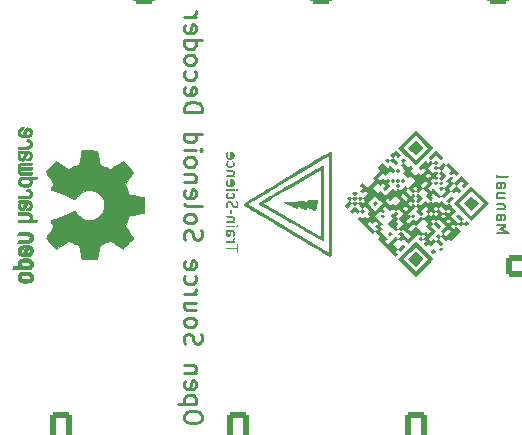
<source format=gbr>
%TF.GenerationSoftware,KiCad,Pcbnew,8.0.2*%
%TF.CreationDate,2024-09-22T00:14:53+02:00*%
%TF.ProjectId,solenoidDecoder,736f6c65-6e6f-4696-9444-65636f646572,rev?*%
%TF.SameCoordinates,Original*%
%TF.FileFunction,Legend,Bot*%
%TF.FilePolarity,Positive*%
%FSLAX46Y46*%
G04 Gerber Fmt 4.6, Leading zero omitted, Abs format (unit mm)*
G04 Created by KiCad (PCBNEW 8.0.2) date 2024-09-22 00:14:53*
%MOMM*%
%LPD*%
G01*
G04 APERTURE LIST*
G04 Aperture macros list*
%AMRoundRect*
0 Rectangle with rounded corners*
0 $1 Rounding radius*
0 $2 $3 $4 $5 $6 $7 $8 $9 X,Y pos of 4 corners*
0 Add a 4 corners polygon primitive as box body*
4,1,4,$2,$3,$4,$5,$6,$7,$8,$9,$2,$3,0*
0 Add four circle primitives for the rounded corners*
1,1,$1+$1,$2,$3*
1,1,$1+$1,$4,$5*
1,1,$1+$1,$6,$7*
1,1,$1+$1,$8,$9*
0 Add four rect primitives between the rounded corners*
20,1,$1+$1,$2,$3,$4,$5,0*
20,1,$1+$1,$4,$5,$6,$7,0*
20,1,$1+$1,$6,$7,$8,$9,0*
20,1,$1+$1,$8,$9,$2,$3,0*%
G04 Aperture macros list end*
%ADD10C,0.150000*%
%ADD11C,0.250000*%
%ADD12C,0.000000*%
%ADD13C,0.010000*%
%ADD14C,3.200000*%
%ADD15R,1.700000X1.700000*%
%ADD16O,1.700000X1.700000*%
%ADD17O,1.800000X3.600000*%
%ADD18RoundRect,0.250000X-0.650000X-1.550000X0.650000X-1.550000X0.650000X1.550000X-0.650000X1.550000X0*%
%ADD19RoundRect,0.250000X0.650000X1.550000X-0.650000X1.550000X-0.650000X-1.550000X0.650000X-1.550000X0*%
%ADD20RoundRect,0.250000X1.550000X-0.650000X1.550000X0.650000X-1.550000X0.650000X-1.550000X-0.650000X0*%
%ADD21O,3.600000X1.800000*%
G04 APERTURE END LIST*
D10*
X150879180Y-58919761D02*
X151879180Y-58919761D01*
X151879180Y-58919761D02*
X151164895Y-58586428D01*
X151164895Y-58586428D02*
X151879180Y-58253095D01*
X151879180Y-58253095D02*
X150879180Y-58253095D01*
X150879180Y-57348333D02*
X151402990Y-57348333D01*
X151402990Y-57348333D02*
X151498228Y-57395952D01*
X151498228Y-57395952D02*
X151545847Y-57491190D01*
X151545847Y-57491190D02*
X151545847Y-57681666D01*
X151545847Y-57681666D02*
X151498228Y-57776904D01*
X150926800Y-57348333D02*
X150879180Y-57443571D01*
X150879180Y-57443571D02*
X150879180Y-57681666D01*
X150879180Y-57681666D02*
X150926800Y-57776904D01*
X150926800Y-57776904D02*
X151022038Y-57824523D01*
X151022038Y-57824523D02*
X151117276Y-57824523D01*
X151117276Y-57824523D02*
X151212514Y-57776904D01*
X151212514Y-57776904D02*
X151260133Y-57681666D01*
X151260133Y-57681666D02*
X151260133Y-57443571D01*
X151260133Y-57443571D02*
X151307752Y-57348333D01*
X151545847Y-56872142D02*
X150879180Y-56872142D01*
X151450609Y-56872142D02*
X151498228Y-56824523D01*
X151498228Y-56824523D02*
X151545847Y-56729285D01*
X151545847Y-56729285D02*
X151545847Y-56586428D01*
X151545847Y-56586428D02*
X151498228Y-56491190D01*
X151498228Y-56491190D02*
X151402990Y-56443571D01*
X151402990Y-56443571D02*
X150879180Y-56443571D01*
X151545847Y-55538809D02*
X150879180Y-55538809D01*
X151545847Y-55967380D02*
X151022038Y-55967380D01*
X151022038Y-55967380D02*
X150926800Y-55919761D01*
X150926800Y-55919761D02*
X150879180Y-55824523D01*
X150879180Y-55824523D02*
X150879180Y-55681666D01*
X150879180Y-55681666D02*
X150926800Y-55586428D01*
X150926800Y-55586428D02*
X150974419Y-55538809D01*
X150879180Y-54634047D02*
X151402990Y-54634047D01*
X151402990Y-54634047D02*
X151498228Y-54681666D01*
X151498228Y-54681666D02*
X151545847Y-54776904D01*
X151545847Y-54776904D02*
X151545847Y-54967380D01*
X151545847Y-54967380D02*
X151498228Y-55062618D01*
X150926800Y-54634047D02*
X150879180Y-54729285D01*
X150879180Y-54729285D02*
X150879180Y-54967380D01*
X150879180Y-54967380D02*
X150926800Y-55062618D01*
X150926800Y-55062618D02*
X151022038Y-55110237D01*
X151022038Y-55110237D02*
X151117276Y-55110237D01*
X151117276Y-55110237D02*
X151212514Y-55062618D01*
X151212514Y-55062618D02*
X151260133Y-54967380D01*
X151260133Y-54967380D02*
X151260133Y-54729285D01*
X151260133Y-54729285D02*
X151307752Y-54634047D01*
X150879180Y-54014999D02*
X150926800Y-54110237D01*
X150926800Y-54110237D02*
X151022038Y-54157856D01*
X151022038Y-54157856D02*
X151879180Y-54157856D01*
D11*
X125902571Y-74630669D02*
X125902571Y-74344955D01*
X125902571Y-74344955D02*
X125831142Y-74202098D01*
X125831142Y-74202098D02*
X125688285Y-74059241D01*
X125688285Y-74059241D02*
X125402571Y-73987812D01*
X125402571Y-73987812D02*
X124902571Y-73987812D01*
X124902571Y-73987812D02*
X124616857Y-74059241D01*
X124616857Y-74059241D02*
X124474000Y-74202098D01*
X124474000Y-74202098D02*
X124402571Y-74344955D01*
X124402571Y-74344955D02*
X124402571Y-74630669D01*
X124402571Y-74630669D02*
X124474000Y-74773527D01*
X124474000Y-74773527D02*
X124616857Y-74916384D01*
X124616857Y-74916384D02*
X124902571Y-74987812D01*
X124902571Y-74987812D02*
X125402571Y-74987812D01*
X125402571Y-74987812D02*
X125688285Y-74916384D01*
X125688285Y-74916384D02*
X125831142Y-74773527D01*
X125831142Y-74773527D02*
X125902571Y-74630669D01*
X125402571Y-73344955D02*
X123902571Y-73344955D01*
X125331142Y-73344955D02*
X125402571Y-73202098D01*
X125402571Y-73202098D02*
X125402571Y-72916383D01*
X125402571Y-72916383D02*
X125331142Y-72773526D01*
X125331142Y-72773526D02*
X125259714Y-72702098D01*
X125259714Y-72702098D02*
X125116857Y-72630669D01*
X125116857Y-72630669D02*
X124688285Y-72630669D01*
X124688285Y-72630669D02*
X124545428Y-72702098D01*
X124545428Y-72702098D02*
X124474000Y-72773526D01*
X124474000Y-72773526D02*
X124402571Y-72916383D01*
X124402571Y-72916383D02*
X124402571Y-73202098D01*
X124402571Y-73202098D02*
X124474000Y-73344955D01*
X124474000Y-71416383D02*
X124402571Y-71559240D01*
X124402571Y-71559240D02*
X124402571Y-71844955D01*
X124402571Y-71844955D02*
X124474000Y-71987812D01*
X124474000Y-71987812D02*
X124616857Y-72059240D01*
X124616857Y-72059240D02*
X125188285Y-72059240D01*
X125188285Y-72059240D02*
X125331142Y-71987812D01*
X125331142Y-71987812D02*
X125402571Y-71844955D01*
X125402571Y-71844955D02*
X125402571Y-71559240D01*
X125402571Y-71559240D02*
X125331142Y-71416383D01*
X125331142Y-71416383D02*
X125188285Y-71344955D01*
X125188285Y-71344955D02*
X125045428Y-71344955D01*
X125045428Y-71344955D02*
X124902571Y-72059240D01*
X125402571Y-70702098D02*
X124402571Y-70702098D01*
X125259714Y-70702098D02*
X125331142Y-70630669D01*
X125331142Y-70630669D02*
X125402571Y-70487812D01*
X125402571Y-70487812D02*
X125402571Y-70273526D01*
X125402571Y-70273526D02*
X125331142Y-70130669D01*
X125331142Y-70130669D02*
X125188285Y-70059241D01*
X125188285Y-70059241D02*
X124402571Y-70059241D01*
X124474000Y-68273526D02*
X124402571Y-68059241D01*
X124402571Y-68059241D02*
X124402571Y-67702098D01*
X124402571Y-67702098D02*
X124474000Y-67559241D01*
X124474000Y-67559241D02*
X124545428Y-67487812D01*
X124545428Y-67487812D02*
X124688285Y-67416383D01*
X124688285Y-67416383D02*
X124831142Y-67416383D01*
X124831142Y-67416383D02*
X124974000Y-67487812D01*
X124974000Y-67487812D02*
X125045428Y-67559241D01*
X125045428Y-67559241D02*
X125116857Y-67702098D01*
X125116857Y-67702098D02*
X125188285Y-67987812D01*
X125188285Y-67987812D02*
X125259714Y-68130669D01*
X125259714Y-68130669D02*
X125331142Y-68202098D01*
X125331142Y-68202098D02*
X125474000Y-68273526D01*
X125474000Y-68273526D02*
X125616857Y-68273526D01*
X125616857Y-68273526D02*
X125759714Y-68202098D01*
X125759714Y-68202098D02*
X125831142Y-68130669D01*
X125831142Y-68130669D02*
X125902571Y-67987812D01*
X125902571Y-67987812D02*
X125902571Y-67630669D01*
X125902571Y-67630669D02*
X125831142Y-67416383D01*
X124402571Y-66559241D02*
X124474000Y-66702098D01*
X124474000Y-66702098D02*
X124545428Y-66773527D01*
X124545428Y-66773527D02*
X124688285Y-66844955D01*
X124688285Y-66844955D02*
X125116857Y-66844955D01*
X125116857Y-66844955D02*
X125259714Y-66773527D01*
X125259714Y-66773527D02*
X125331142Y-66702098D01*
X125331142Y-66702098D02*
X125402571Y-66559241D01*
X125402571Y-66559241D02*
X125402571Y-66344955D01*
X125402571Y-66344955D02*
X125331142Y-66202098D01*
X125331142Y-66202098D02*
X125259714Y-66130670D01*
X125259714Y-66130670D02*
X125116857Y-66059241D01*
X125116857Y-66059241D02*
X124688285Y-66059241D01*
X124688285Y-66059241D02*
X124545428Y-66130670D01*
X124545428Y-66130670D02*
X124474000Y-66202098D01*
X124474000Y-66202098D02*
X124402571Y-66344955D01*
X124402571Y-66344955D02*
X124402571Y-66559241D01*
X125402571Y-64773527D02*
X124402571Y-64773527D01*
X125402571Y-65416384D02*
X124616857Y-65416384D01*
X124616857Y-65416384D02*
X124474000Y-65344955D01*
X124474000Y-65344955D02*
X124402571Y-65202098D01*
X124402571Y-65202098D02*
X124402571Y-64987812D01*
X124402571Y-64987812D02*
X124474000Y-64844955D01*
X124474000Y-64844955D02*
X124545428Y-64773527D01*
X124402571Y-64059241D02*
X125402571Y-64059241D01*
X125116857Y-64059241D02*
X125259714Y-63987812D01*
X125259714Y-63987812D02*
X125331142Y-63916384D01*
X125331142Y-63916384D02*
X125402571Y-63773526D01*
X125402571Y-63773526D02*
X125402571Y-63630669D01*
X124474000Y-62487813D02*
X124402571Y-62630670D01*
X124402571Y-62630670D02*
X124402571Y-62916384D01*
X124402571Y-62916384D02*
X124474000Y-63059241D01*
X124474000Y-63059241D02*
X124545428Y-63130670D01*
X124545428Y-63130670D02*
X124688285Y-63202098D01*
X124688285Y-63202098D02*
X125116857Y-63202098D01*
X125116857Y-63202098D02*
X125259714Y-63130670D01*
X125259714Y-63130670D02*
X125331142Y-63059241D01*
X125331142Y-63059241D02*
X125402571Y-62916384D01*
X125402571Y-62916384D02*
X125402571Y-62630670D01*
X125402571Y-62630670D02*
X125331142Y-62487813D01*
X124474000Y-61273527D02*
X124402571Y-61416384D01*
X124402571Y-61416384D02*
X124402571Y-61702099D01*
X124402571Y-61702099D02*
X124474000Y-61844956D01*
X124474000Y-61844956D02*
X124616857Y-61916384D01*
X124616857Y-61916384D02*
X125188285Y-61916384D01*
X125188285Y-61916384D02*
X125331142Y-61844956D01*
X125331142Y-61844956D02*
X125402571Y-61702099D01*
X125402571Y-61702099D02*
X125402571Y-61416384D01*
X125402571Y-61416384D02*
X125331142Y-61273527D01*
X125331142Y-61273527D02*
X125188285Y-61202099D01*
X125188285Y-61202099D02*
X125045428Y-61202099D01*
X125045428Y-61202099D02*
X124902571Y-61916384D01*
X124474000Y-59487813D02*
X124402571Y-59273528D01*
X124402571Y-59273528D02*
X124402571Y-58916385D01*
X124402571Y-58916385D02*
X124474000Y-58773528D01*
X124474000Y-58773528D02*
X124545428Y-58702099D01*
X124545428Y-58702099D02*
X124688285Y-58630670D01*
X124688285Y-58630670D02*
X124831142Y-58630670D01*
X124831142Y-58630670D02*
X124974000Y-58702099D01*
X124974000Y-58702099D02*
X125045428Y-58773528D01*
X125045428Y-58773528D02*
X125116857Y-58916385D01*
X125116857Y-58916385D02*
X125188285Y-59202099D01*
X125188285Y-59202099D02*
X125259714Y-59344956D01*
X125259714Y-59344956D02*
X125331142Y-59416385D01*
X125331142Y-59416385D02*
X125474000Y-59487813D01*
X125474000Y-59487813D02*
X125616857Y-59487813D01*
X125616857Y-59487813D02*
X125759714Y-59416385D01*
X125759714Y-59416385D02*
X125831142Y-59344956D01*
X125831142Y-59344956D02*
X125902571Y-59202099D01*
X125902571Y-59202099D02*
X125902571Y-58844956D01*
X125902571Y-58844956D02*
X125831142Y-58630670D01*
X124402571Y-57773528D02*
X124474000Y-57916385D01*
X124474000Y-57916385D02*
X124545428Y-57987814D01*
X124545428Y-57987814D02*
X124688285Y-58059242D01*
X124688285Y-58059242D02*
X125116857Y-58059242D01*
X125116857Y-58059242D02*
X125259714Y-57987814D01*
X125259714Y-57987814D02*
X125331142Y-57916385D01*
X125331142Y-57916385D02*
X125402571Y-57773528D01*
X125402571Y-57773528D02*
X125402571Y-57559242D01*
X125402571Y-57559242D02*
X125331142Y-57416385D01*
X125331142Y-57416385D02*
X125259714Y-57344957D01*
X125259714Y-57344957D02*
X125116857Y-57273528D01*
X125116857Y-57273528D02*
X124688285Y-57273528D01*
X124688285Y-57273528D02*
X124545428Y-57344957D01*
X124545428Y-57344957D02*
X124474000Y-57416385D01*
X124474000Y-57416385D02*
X124402571Y-57559242D01*
X124402571Y-57559242D02*
X124402571Y-57773528D01*
X124402571Y-56416385D02*
X124474000Y-56559242D01*
X124474000Y-56559242D02*
X124616857Y-56630671D01*
X124616857Y-56630671D02*
X125902571Y-56630671D01*
X124474000Y-55273528D02*
X124402571Y-55416385D01*
X124402571Y-55416385D02*
X124402571Y-55702100D01*
X124402571Y-55702100D02*
X124474000Y-55844957D01*
X124474000Y-55844957D02*
X124616857Y-55916385D01*
X124616857Y-55916385D02*
X125188285Y-55916385D01*
X125188285Y-55916385D02*
X125331142Y-55844957D01*
X125331142Y-55844957D02*
X125402571Y-55702100D01*
X125402571Y-55702100D02*
X125402571Y-55416385D01*
X125402571Y-55416385D02*
X125331142Y-55273528D01*
X125331142Y-55273528D02*
X125188285Y-55202100D01*
X125188285Y-55202100D02*
X125045428Y-55202100D01*
X125045428Y-55202100D02*
X124902571Y-55916385D01*
X125402571Y-54559243D02*
X124402571Y-54559243D01*
X125259714Y-54559243D02*
X125331142Y-54487814D01*
X125331142Y-54487814D02*
X125402571Y-54344957D01*
X125402571Y-54344957D02*
X125402571Y-54130671D01*
X125402571Y-54130671D02*
X125331142Y-53987814D01*
X125331142Y-53987814D02*
X125188285Y-53916386D01*
X125188285Y-53916386D02*
X124402571Y-53916386D01*
X124402571Y-52987814D02*
X124474000Y-53130671D01*
X124474000Y-53130671D02*
X124545428Y-53202100D01*
X124545428Y-53202100D02*
X124688285Y-53273528D01*
X124688285Y-53273528D02*
X125116857Y-53273528D01*
X125116857Y-53273528D02*
X125259714Y-53202100D01*
X125259714Y-53202100D02*
X125331142Y-53130671D01*
X125331142Y-53130671D02*
X125402571Y-52987814D01*
X125402571Y-52987814D02*
X125402571Y-52773528D01*
X125402571Y-52773528D02*
X125331142Y-52630671D01*
X125331142Y-52630671D02*
X125259714Y-52559243D01*
X125259714Y-52559243D02*
X125116857Y-52487814D01*
X125116857Y-52487814D02*
X124688285Y-52487814D01*
X124688285Y-52487814D02*
X124545428Y-52559243D01*
X124545428Y-52559243D02*
X124474000Y-52630671D01*
X124474000Y-52630671D02*
X124402571Y-52773528D01*
X124402571Y-52773528D02*
X124402571Y-52987814D01*
X124402571Y-51844957D02*
X125402571Y-51844957D01*
X125902571Y-51844957D02*
X125831142Y-51916385D01*
X125831142Y-51916385D02*
X125759714Y-51844957D01*
X125759714Y-51844957D02*
X125831142Y-51773528D01*
X125831142Y-51773528D02*
X125902571Y-51844957D01*
X125902571Y-51844957D02*
X125759714Y-51844957D01*
X124402571Y-50487814D02*
X125902571Y-50487814D01*
X124474000Y-50487814D02*
X124402571Y-50630671D01*
X124402571Y-50630671D02*
X124402571Y-50916385D01*
X124402571Y-50916385D02*
X124474000Y-51059242D01*
X124474000Y-51059242D02*
X124545428Y-51130671D01*
X124545428Y-51130671D02*
X124688285Y-51202099D01*
X124688285Y-51202099D02*
X125116857Y-51202099D01*
X125116857Y-51202099D02*
X125259714Y-51130671D01*
X125259714Y-51130671D02*
X125331142Y-51059242D01*
X125331142Y-51059242D02*
X125402571Y-50916385D01*
X125402571Y-50916385D02*
X125402571Y-50630671D01*
X125402571Y-50630671D02*
X125331142Y-50487814D01*
X124402571Y-48630671D02*
X125902571Y-48630671D01*
X125902571Y-48630671D02*
X125902571Y-48273528D01*
X125902571Y-48273528D02*
X125831142Y-48059242D01*
X125831142Y-48059242D02*
X125688285Y-47916385D01*
X125688285Y-47916385D02*
X125545428Y-47844956D01*
X125545428Y-47844956D02*
X125259714Y-47773528D01*
X125259714Y-47773528D02*
X125045428Y-47773528D01*
X125045428Y-47773528D02*
X124759714Y-47844956D01*
X124759714Y-47844956D02*
X124616857Y-47916385D01*
X124616857Y-47916385D02*
X124474000Y-48059242D01*
X124474000Y-48059242D02*
X124402571Y-48273528D01*
X124402571Y-48273528D02*
X124402571Y-48630671D01*
X124474000Y-46559242D02*
X124402571Y-46702099D01*
X124402571Y-46702099D02*
X124402571Y-46987814D01*
X124402571Y-46987814D02*
X124474000Y-47130671D01*
X124474000Y-47130671D02*
X124616857Y-47202099D01*
X124616857Y-47202099D02*
X125188285Y-47202099D01*
X125188285Y-47202099D02*
X125331142Y-47130671D01*
X125331142Y-47130671D02*
X125402571Y-46987814D01*
X125402571Y-46987814D02*
X125402571Y-46702099D01*
X125402571Y-46702099D02*
X125331142Y-46559242D01*
X125331142Y-46559242D02*
X125188285Y-46487814D01*
X125188285Y-46487814D02*
X125045428Y-46487814D01*
X125045428Y-46487814D02*
X124902571Y-47202099D01*
X124474000Y-45202100D02*
X124402571Y-45344957D01*
X124402571Y-45344957D02*
X124402571Y-45630671D01*
X124402571Y-45630671D02*
X124474000Y-45773528D01*
X124474000Y-45773528D02*
X124545428Y-45844957D01*
X124545428Y-45844957D02*
X124688285Y-45916385D01*
X124688285Y-45916385D02*
X125116857Y-45916385D01*
X125116857Y-45916385D02*
X125259714Y-45844957D01*
X125259714Y-45844957D02*
X125331142Y-45773528D01*
X125331142Y-45773528D02*
X125402571Y-45630671D01*
X125402571Y-45630671D02*
X125402571Y-45344957D01*
X125402571Y-45344957D02*
X125331142Y-45202100D01*
X124402571Y-44344957D02*
X124474000Y-44487814D01*
X124474000Y-44487814D02*
X124545428Y-44559243D01*
X124545428Y-44559243D02*
X124688285Y-44630671D01*
X124688285Y-44630671D02*
X125116857Y-44630671D01*
X125116857Y-44630671D02*
X125259714Y-44559243D01*
X125259714Y-44559243D02*
X125331142Y-44487814D01*
X125331142Y-44487814D02*
X125402571Y-44344957D01*
X125402571Y-44344957D02*
X125402571Y-44130671D01*
X125402571Y-44130671D02*
X125331142Y-43987814D01*
X125331142Y-43987814D02*
X125259714Y-43916386D01*
X125259714Y-43916386D02*
X125116857Y-43844957D01*
X125116857Y-43844957D02*
X124688285Y-43844957D01*
X124688285Y-43844957D02*
X124545428Y-43916386D01*
X124545428Y-43916386D02*
X124474000Y-43987814D01*
X124474000Y-43987814D02*
X124402571Y-44130671D01*
X124402571Y-44130671D02*
X124402571Y-44344957D01*
X124402571Y-42559243D02*
X125902571Y-42559243D01*
X124474000Y-42559243D02*
X124402571Y-42702100D01*
X124402571Y-42702100D02*
X124402571Y-42987814D01*
X124402571Y-42987814D02*
X124474000Y-43130671D01*
X124474000Y-43130671D02*
X124545428Y-43202100D01*
X124545428Y-43202100D02*
X124688285Y-43273528D01*
X124688285Y-43273528D02*
X125116857Y-43273528D01*
X125116857Y-43273528D02*
X125259714Y-43202100D01*
X125259714Y-43202100D02*
X125331142Y-43130671D01*
X125331142Y-43130671D02*
X125402571Y-42987814D01*
X125402571Y-42987814D02*
X125402571Y-42702100D01*
X125402571Y-42702100D02*
X125331142Y-42559243D01*
X124474000Y-41273528D02*
X124402571Y-41416385D01*
X124402571Y-41416385D02*
X124402571Y-41702100D01*
X124402571Y-41702100D02*
X124474000Y-41844957D01*
X124474000Y-41844957D02*
X124616857Y-41916385D01*
X124616857Y-41916385D02*
X125188285Y-41916385D01*
X125188285Y-41916385D02*
X125331142Y-41844957D01*
X125331142Y-41844957D02*
X125402571Y-41702100D01*
X125402571Y-41702100D02*
X125402571Y-41416385D01*
X125402571Y-41416385D02*
X125331142Y-41273528D01*
X125331142Y-41273528D02*
X125188285Y-41202100D01*
X125188285Y-41202100D02*
X125045428Y-41202100D01*
X125045428Y-41202100D02*
X124902571Y-41916385D01*
X124402571Y-40559243D02*
X125402571Y-40559243D01*
X125116857Y-40559243D02*
X125259714Y-40487814D01*
X125259714Y-40487814D02*
X125331142Y-40416386D01*
X125331142Y-40416386D02*
X125402571Y-40273528D01*
X125402571Y-40273528D02*
X125402571Y-40130671D01*
D12*
%TO.C,G\u002A\u002A\u002A*%
G36*
X144762017Y-60353030D02*
G01*
X145512158Y-61103170D01*
X145285585Y-61329743D01*
X144762017Y-61853311D01*
X144011876Y-62603452D01*
X143261736Y-61853311D01*
X142511595Y-61103170D01*
X142964742Y-61103170D01*
X143488309Y-61626738D01*
X144011876Y-62150305D01*
X144535444Y-61626738D01*
X145059012Y-61103170D01*
X144535444Y-60579602D01*
X144011877Y-60056035D01*
X143488309Y-60579603D01*
X142964742Y-61103170D01*
X142511595Y-61103170D01*
X143261736Y-60353030D01*
X144011876Y-59602889D01*
X144762017Y-60353030D01*
G37*
G36*
X146047973Y-52208645D02*
G01*
X146369462Y-52530134D01*
X146262299Y-52637296D01*
X146155136Y-52744459D01*
X145940810Y-52530133D01*
X145726485Y-52315807D01*
X145512158Y-52530134D01*
X145297832Y-52744460D01*
X145404995Y-52851623D01*
X145512158Y-52958785D01*
X145619321Y-52851622D01*
X145726484Y-52744459D01*
X145833647Y-52851623D01*
X145940810Y-52958785D01*
X145833647Y-53065948D01*
X145726484Y-53173111D01*
X145833647Y-53280274D01*
X145940810Y-53387438D01*
X146155136Y-53173111D01*
X146369462Y-52958785D01*
X146476625Y-53065948D01*
X146583788Y-53173111D01*
X146369462Y-53387437D01*
X146155135Y-53601763D01*
X146047973Y-53494600D01*
X145940810Y-53387438D01*
X145833647Y-53494600D01*
X145726485Y-53601763D01*
X145619321Y-53494600D01*
X145512158Y-53387437D01*
X145619321Y-53280274D01*
X145726484Y-53173111D01*
X145619321Y-53065949D01*
X145512158Y-52958785D01*
X145297832Y-53173111D01*
X145083506Y-53387437D01*
X145297832Y-53601763D01*
X145512158Y-53816089D01*
X145619321Y-53708927D01*
X145726485Y-53601763D01*
X145833647Y-53708926D01*
X145940810Y-53816089D01*
X145833647Y-53923252D01*
X145726484Y-54030415D01*
X145833647Y-54137578D01*
X145940810Y-54244741D01*
X145833647Y-54351904D01*
X145726484Y-54459067D01*
X145619321Y-54351904D01*
X145512158Y-54244741D01*
X145404995Y-54351904D01*
X145297832Y-54459066D01*
X145404996Y-54566230D01*
X145512158Y-54673393D01*
X145297832Y-54887719D01*
X145083507Y-55102044D01*
X145190669Y-55209207D01*
X145297832Y-55316370D01*
X145404995Y-55209207D01*
X145512158Y-55102044D01*
X145833647Y-55423533D01*
X146155135Y-55745022D01*
X146047973Y-55852185D01*
X145940810Y-55959348D01*
X145726485Y-55745022D01*
X145512158Y-55530696D01*
X145404995Y-55637859D01*
X145297832Y-55745022D01*
X145404995Y-55852185D01*
X145512158Y-55959348D01*
X145404996Y-56066511D01*
X145297832Y-56173675D01*
X145404995Y-56280837D01*
X145512158Y-56388000D01*
X145619321Y-56280837D01*
X145726484Y-56173674D01*
X145833647Y-56280837D01*
X145940810Y-56388000D01*
X146047973Y-56280837D01*
X146155136Y-56173674D01*
X146369462Y-56388000D01*
X146583788Y-56602325D01*
X146690951Y-56495163D01*
X146798113Y-56388000D01*
X146690951Y-56280837D01*
X146583788Y-56173675D01*
X146798114Y-55959348D01*
X147012440Y-55745023D01*
X147119602Y-55852186D01*
X147226765Y-55959348D01*
X147012440Y-56173674D01*
X146798113Y-56388000D01*
X147119602Y-56709489D01*
X147441091Y-57030978D01*
X147226766Y-57245303D01*
X147012440Y-57459630D01*
X147333928Y-57781118D01*
X147655417Y-58102607D01*
X147762580Y-57995445D01*
X147869744Y-57888281D01*
X147655417Y-57673955D01*
X147441092Y-57459630D01*
X147548255Y-57352467D01*
X147655417Y-57245304D01*
X147869743Y-57459630D01*
X148084069Y-57673956D01*
X147976906Y-57781118D01*
X147869744Y-57888281D01*
X147976906Y-57995444D01*
X148084070Y-58102607D01*
X148191232Y-57995445D01*
X148298395Y-57888282D01*
X148405558Y-57995445D01*
X148512721Y-58102607D01*
X148405558Y-58209770D01*
X148298395Y-58316933D01*
X148191232Y-58209770D01*
X148084070Y-58102607D01*
X147976906Y-58209771D01*
X147869744Y-58316934D01*
X147762580Y-58209770D01*
X147655417Y-58102607D01*
X147548255Y-58209770D01*
X147441091Y-58316934D01*
X147333928Y-58209771D01*
X147226765Y-58102607D01*
X147119602Y-58209770D01*
X147012440Y-58316933D01*
X147119603Y-58424096D01*
X147226766Y-58531259D01*
X147333928Y-58424096D01*
X147441091Y-58316934D01*
X147655417Y-58531260D01*
X147869743Y-58745585D01*
X147441091Y-59174237D01*
X147012440Y-59602889D01*
X146905277Y-59495726D01*
X146798114Y-59388563D01*
X146690951Y-59495726D01*
X146583788Y-59602889D01*
X146369462Y-59388563D01*
X146155135Y-59174237D01*
X146262299Y-59067073D01*
X146369462Y-58959911D01*
X146476625Y-59067074D01*
X146583788Y-59174237D01*
X146798113Y-58959911D01*
X147012440Y-58745585D01*
X146905277Y-58638422D01*
X146798113Y-58531259D01*
X146583787Y-58745585D01*
X146369462Y-58959911D01*
X146262299Y-58852748D01*
X146155136Y-58745585D01*
X146369462Y-58531260D01*
X146583788Y-58316934D01*
X146262299Y-57995445D01*
X146155135Y-57888281D01*
X146583788Y-57888281D01*
X146690951Y-57995444D01*
X146798114Y-58102607D01*
X146905277Y-57995445D01*
X147012440Y-57888282D01*
X146905276Y-57781118D01*
X146798113Y-57673956D01*
X146690951Y-57781118D01*
X146583788Y-57888281D01*
X146155135Y-57888281D01*
X145940810Y-57673956D01*
X145833647Y-57781118D01*
X145726484Y-57888282D01*
X145619321Y-57781119D01*
X145512158Y-57673956D01*
X145404995Y-57781118D01*
X145297832Y-57888281D01*
X145404996Y-57995445D01*
X145512158Y-58102607D01*
X145404996Y-58209770D01*
X145297832Y-58316934D01*
X145512158Y-58531259D01*
X145726484Y-58745585D01*
X145404995Y-59067074D01*
X145083506Y-59388563D01*
X145190669Y-59495726D01*
X145297832Y-59602889D01*
X145404996Y-59495726D01*
X145512158Y-59388563D01*
X145619321Y-59495726D01*
X145726484Y-59602889D01*
X145512158Y-59817215D01*
X145297832Y-60031540D01*
X145190669Y-59924377D01*
X145083507Y-59817215D01*
X144976343Y-59924378D01*
X144869180Y-60031541D01*
X144762017Y-59924377D01*
X144654854Y-59817215D01*
X144762017Y-59710052D01*
X144869180Y-59602889D01*
X144762018Y-59495726D01*
X144654854Y-59388562D01*
X144762017Y-59281400D01*
X144869180Y-59174237D01*
X144762017Y-59067074D01*
X144654854Y-58959911D01*
X144762018Y-58852748D01*
X144869180Y-58745585D01*
X144976343Y-58852748D01*
X145083506Y-58959911D01*
X145190669Y-58852748D01*
X145297832Y-58745585D01*
X145083507Y-58531259D01*
X144869180Y-58316933D01*
X144976343Y-58209770D01*
X145083506Y-58102607D01*
X144869180Y-57888282D01*
X144654854Y-57673956D01*
X144869180Y-57459630D01*
X145083506Y-57245304D01*
X145190669Y-57352467D01*
X145297832Y-57459630D01*
X145404996Y-57352467D01*
X145512158Y-57245304D01*
X145404995Y-57138141D01*
X145297832Y-57030978D01*
X145190669Y-57138141D01*
X145083506Y-57245304D01*
X144976343Y-57138141D01*
X144869180Y-57030978D01*
X144976343Y-56923814D01*
X145083506Y-56816652D01*
X145512158Y-56816652D01*
X145619321Y-56923814D01*
X145726485Y-57030978D01*
X145619321Y-57138141D01*
X145512158Y-57245304D01*
X145619321Y-57352467D01*
X145726484Y-57459630D01*
X145833647Y-57352467D01*
X145940810Y-57245303D01*
X145833647Y-57138141D01*
X145726485Y-57030978D01*
X145833647Y-56923815D01*
X145940810Y-56816652D01*
X146155135Y-57030978D01*
X146369462Y-57245304D01*
X146262299Y-57352467D01*
X146155136Y-57459630D01*
X146262299Y-57566792D01*
X146369462Y-57673955D01*
X146476624Y-57566792D01*
X146583787Y-57459630D01*
X146476624Y-57352467D01*
X146369462Y-57245304D01*
X146476625Y-57138141D01*
X146583788Y-57030978D01*
X146690951Y-57138141D01*
X146798113Y-57245303D01*
X146905276Y-57138141D01*
X147012440Y-57030977D01*
X146905277Y-56923814D01*
X146798114Y-56816652D01*
X146690951Y-56923815D01*
X146583788Y-57030978D01*
X146369462Y-56816652D01*
X146155136Y-56602326D01*
X146047973Y-56709489D01*
X145940810Y-56816652D01*
X145833647Y-56709489D01*
X145726484Y-56602326D01*
X145619321Y-56709489D01*
X145512158Y-56816652D01*
X145083506Y-56816652D01*
X144976343Y-56709489D01*
X144869180Y-56602326D01*
X144654854Y-56816652D01*
X144440529Y-57030978D01*
X144547692Y-57138141D01*
X144654854Y-57245303D01*
X144547692Y-57352466D01*
X144440528Y-57459630D01*
X144226203Y-57245304D01*
X144011876Y-57030978D01*
X144119040Y-56923814D01*
X144226203Y-56816652D01*
X144119040Y-56709489D01*
X144011876Y-56602325D01*
X144119039Y-56495163D01*
X144226202Y-56388000D01*
X144333365Y-56495163D01*
X144440528Y-56602326D01*
X144654854Y-56388000D01*
X144869180Y-56173674D01*
X144976343Y-56280837D01*
X145083507Y-56388000D01*
X145190669Y-56280837D01*
X145297832Y-56173675D01*
X145083506Y-55959348D01*
X144869180Y-55745022D01*
X144976343Y-55637859D01*
X145083506Y-55530696D01*
X144869180Y-55316370D01*
X144654854Y-55102044D01*
X144869180Y-54887718D01*
X145083506Y-54673393D01*
X144976343Y-54566230D01*
X144869180Y-54459067D01*
X144654855Y-54673393D01*
X144440529Y-54887719D01*
X144547692Y-54994882D01*
X144654854Y-55102044D01*
X144440528Y-55316370D01*
X144226203Y-55530696D01*
X144119040Y-55423533D01*
X144011877Y-55316370D01*
X144119040Y-55209208D01*
X144226203Y-55102045D01*
X144119039Y-54994882D01*
X144011876Y-54887719D01*
X143904714Y-54994882D01*
X143797551Y-55102044D01*
X143904714Y-55209207D01*
X144011877Y-55316370D01*
X143904714Y-55423534D01*
X143797551Y-55530697D01*
X143904714Y-55637859D01*
X144011876Y-55745022D01*
X143904714Y-55852185D01*
X143797550Y-55959348D01*
X143904714Y-56066512D01*
X144011876Y-56173675D01*
X143904714Y-56280837D01*
X143797551Y-56388000D01*
X143690388Y-56280837D01*
X143583225Y-56173674D01*
X143476062Y-56280837D01*
X143368899Y-56388000D01*
X143476062Y-56495163D01*
X143583225Y-56602326D01*
X143690388Y-56495163D01*
X143797551Y-56388000D01*
X143904714Y-56495163D01*
X144011876Y-56602325D01*
X143690388Y-56923814D01*
X143583225Y-57030977D01*
X143368899Y-57245303D01*
X143476062Y-57352467D01*
X143583225Y-57459630D01*
X143368899Y-57673956D01*
X143154573Y-57888281D01*
X143261736Y-57995444D01*
X143368899Y-58102607D01*
X143583225Y-57888282D01*
X143797551Y-57673956D01*
X143904714Y-57781118D01*
X144011876Y-57888281D01*
X144226203Y-57673955D01*
X144440528Y-57459630D01*
X144547692Y-57566793D01*
X144654854Y-57673956D01*
X144333365Y-57995445D01*
X144011876Y-58316934D01*
X143904714Y-58209771D01*
X143797550Y-58102607D01*
X143583225Y-58316933D01*
X143368899Y-58531259D01*
X143476062Y-58638422D01*
X143583225Y-58745585D01*
X143797551Y-58531259D01*
X144011876Y-58316934D01*
X144333365Y-58638422D01*
X144654854Y-58959911D01*
X144547692Y-59067074D01*
X144440529Y-59174237D01*
X144547692Y-59281400D01*
X144654854Y-59388562D01*
X144547691Y-59495726D01*
X144440528Y-59602889D01*
X144333365Y-59495726D01*
X144226203Y-59388563D01*
X144333365Y-59281400D01*
X144440529Y-59174237D01*
X144333366Y-59067074D01*
X144226203Y-58959911D01*
X143797550Y-59388563D01*
X143368899Y-59817215D01*
X143154573Y-59602889D01*
X142940247Y-59388563D01*
X142833084Y-59495726D01*
X142725921Y-59602889D01*
X142618759Y-59495726D01*
X142511595Y-59388562D01*
X142618758Y-59281400D01*
X142725921Y-59174237D01*
X142618758Y-59067074D01*
X142511595Y-58959911D01*
X142618759Y-58852748D01*
X142725921Y-58745585D01*
X143047410Y-59067074D01*
X143368899Y-59388563D01*
X143476062Y-59281400D01*
X143583225Y-59174238D01*
X143261736Y-58852749D01*
X142940247Y-58531260D01*
X142833084Y-58638422D01*
X142725921Y-58745585D01*
X142618758Y-58638422D01*
X142511595Y-58531259D01*
X142725921Y-58316934D01*
X142940247Y-58102607D01*
X142725921Y-57888281D01*
X142511595Y-57673956D01*
X142725921Y-57459630D01*
X142940247Y-57245304D01*
X142725921Y-57030978D01*
X142511595Y-56816652D01*
X142940247Y-56816652D01*
X143047410Y-56923815D01*
X143154573Y-57030978D01*
X143261736Y-56923815D01*
X143368899Y-56816652D01*
X143261737Y-56709489D01*
X143154573Y-56602325D01*
X143047410Y-56709489D01*
X142940247Y-56816652D01*
X142511595Y-56816652D01*
X142404433Y-56923815D01*
X142297270Y-57030978D01*
X142190106Y-56923814D01*
X142082944Y-56816652D01*
X141975780Y-56923815D01*
X141868617Y-57030978D01*
X141654291Y-56816652D01*
X141439966Y-56602326D01*
X141332803Y-56709489D01*
X141225640Y-56816652D01*
X141332802Y-56923815D01*
X141439965Y-57030978D01*
X141332802Y-57138141D01*
X141225640Y-57245303D01*
X141118477Y-57138141D01*
X141011314Y-57030978D01*
X140796988Y-57245304D01*
X140582662Y-57459630D01*
X140904151Y-57781118D01*
X141225640Y-58102607D01*
X141118477Y-58209771D01*
X141011314Y-58316934D01*
X141118477Y-58424096D01*
X141225640Y-58531259D01*
X141118477Y-58638422D01*
X141011313Y-58745585D01*
X141332802Y-59067074D01*
X141654291Y-59388563D01*
X141547128Y-59495726D01*
X141439966Y-59602889D01*
X141547128Y-59710051D01*
X141654292Y-59817215D01*
X141975781Y-59495726D01*
X142297270Y-59174237D01*
X142404433Y-59281400D01*
X142511595Y-59388562D01*
X142297269Y-59602889D01*
X142082943Y-59817215D01*
X142297269Y-60031541D01*
X142511595Y-60245867D01*
X142725921Y-60031541D01*
X142940248Y-59817215D01*
X143047410Y-59924377D01*
X143154573Y-60031540D01*
X142940247Y-60245866D01*
X142725921Y-60460193D01*
X142618758Y-60353030D01*
X142511595Y-60245867D01*
X142404433Y-60353030D01*
X142297270Y-60460193D01*
X142404433Y-60567355D01*
X142511595Y-60674518D01*
X142404432Y-60781682D01*
X142297269Y-60888844D01*
X141547128Y-60138704D01*
X140796988Y-59388563D01*
X140904151Y-59281400D01*
X141011314Y-59174237D01*
X140796988Y-58959911D01*
X140582662Y-58745585D01*
X140689825Y-58638422D01*
X140796988Y-58531260D01*
X140689824Y-58424096D01*
X140582662Y-58316934D01*
X140689825Y-58209770D01*
X140796988Y-58102607D01*
X140689825Y-57995445D01*
X140582662Y-57888281D01*
X140475499Y-57995444D01*
X140368336Y-58102607D01*
X140261173Y-57995445D01*
X140154010Y-57888282D01*
X140046847Y-57995445D01*
X139939685Y-58102607D01*
X140261173Y-58424096D01*
X140582662Y-58745585D01*
X140475499Y-58852749D01*
X140368336Y-58959911D01*
X139725358Y-58316934D01*
X139082381Y-57673956D01*
X139189543Y-57566793D01*
X139296707Y-57459630D01*
X139403869Y-57566792D01*
X139511032Y-57673955D01*
X139618195Y-57566792D01*
X139725358Y-57459630D01*
X139832521Y-57566793D01*
X139939684Y-57673956D01*
X140046847Y-57566792D01*
X140154010Y-57459630D01*
X140046847Y-57352467D01*
X139939684Y-57245303D01*
X140046847Y-57138141D01*
X140154010Y-57030977D01*
X139939685Y-56816652D01*
X139725358Y-56602325D01*
X139618195Y-56709489D01*
X139511032Y-56816652D01*
X139618196Y-56923815D01*
X139725358Y-57030978D01*
X139618196Y-57138141D01*
X139511032Y-57245304D01*
X139403869Y-57138141D01*
X139296706Y-57030978D01*
X139403869Y-56923814D01*
X139511032Y-56816652D01*
X139296707Y-56602326D01*
X139082381Y-56388000D01*
X139189543Y-56280837D01*
X139296707Y-56173674D01*
X139189544Y-56066511D01*
X139082381Y-55959348D01*
X138975217Y-56066511D01*
X138868054Y-56173674D01*
X138975218Y-56280837D01*
X139082381Y-56388000D01*
X138975218Y-56495163D01*
X138868054Y-56602326D01*
X139082381Y-56816652D01*
X139296706Y-57030978D01*
X139189543Y-57138141D01*
X139082381Y-57245303D01*
X138975218Y-57138141D01*
X138868055Y-57030978D01*
X138760892Y-57138141D01*
X138653729Y-57245304D01*
X138546565Y-57138141D01*
X138439403Y-57030978D01*
X138653729Y-56816652D01*
X138868054Y-56602326D01*
X138760892Y-56495163D01*
X138653728Y-56388000D01*
X138439403Y-56602325D01*
X138225076Y-56816652D01*
X138117914Y-56709489D01*
X138010751Y-56602326D01*
X138225077Y-56388000D01*
X138439403Y-56173675D01*
X138332239Y-56066511D01*
X138225076Y-55959348D01*
X138332240Y-55852185D01*
X138439403Y-55745022D01*
X138546565Y-55852185D01*
X138653729Y-55959348D01*
X138546566Y-56066511D01*
X138439403Y-56173675D01*
X138546565Y-56280837D01*
X138653728Y-56388000D01*
X138760892Y-56280837D01*
X138868054Y-56173674D01*
X138760892Y-56066511D01*
X138653729Y-55959348D01*
X138760892Y-55852186D01*
X138868055Y-55745022D01*
X138760892Y-55637859D01*
X138653729Y-55530696D01*
X138760892Y-55423533D01*
X138868054Y-55316370D01*
X138975217Y-55423533D01*
X139082381Y-55530697D01*
X138975218Y-55637859D01*
X138868055Y-55745022D01*
X138975218Y-55852185D01*
X139082381Y-55959348D01*
X139189543Y-55852185D01*
X139296706Y-55745022D01*
X139403869Y-55852186D01*
X139511032Y-55959348D01*
X139403869Y-56066511D01*
X139296707Y-56173674D01*
X139403869Y-56280837D01*
X139511033Y-56388000D01*
X139939684Y-56388000D01*
X140261173Y-56709489D01*
X140582662Y-57030978D01*
X140904151Y-56709489D01*
X141225640Y-56388000D01*
X141011314Y-56173674D01*
X141439966Y-56173674D01*
X141654292Y-56388000D01*
X141868617Y-56602325D01*
X141975780Y-56495163D01*
X142082943Y-56388000D01*
X142190106Y-56495163D01*
X142297269Y-56602326D01*
X142511595Y-56388000D01*
X142725921Y-56173674D01*
X142511595Y-55959348D01*
X142297270Y-55745022D01*
X142725921Y-55745022D01*
X142940247Y-55959348D01*
X143154573Y-56173675D01*
X143261737Y-56066511D01*
X143368899Y-55959348D01*
X143154573Y-55745022D01*
X142940247Y-55530696D01*
X142833084Y-55637859D01*
X142725921Y-55745022D01*
X142297270Y-55745022D01*
X142082944Y-55959348D01*
X141868617Y-56173675D01*
X141761454Y-56066511D01*
X141654291Y-55959348D01*
X141547128Y-56066511D01*
X141439966Y-56173674D01*
X141011314Y-56173674D01*
X140904151Y-56066511D01*
X140582662Y-55745022D01*
X140261173Y-56066511D01*
X139939684Y-56388000D01*
X139511033Y-56388000D01*
X139618196Y-56280837D01*
X139725358Y-56173675D01*
X139618195Y-56066511D01*
X139511032Y-55959348D01*
X139725358Y-55745022D01*
X139939684Y-55530697D01*
X139832521Y-55423534D01*
X139725358Y-55316370D01*
X139618195Y-55423533D01*
X139511032Y-55530696D01*
X139403869Y-55423533D01*
X139296707Y-55316370D01*
X139403869Y-55209208D01*
X139511032Y-55102045D01*
X139403869Y-54994882D01*
X139296706Y-54887719D01*
X139403869Y-54780555D01*
X139511032Y-54673393D01*
X139725358Y-54887719D01*
X139939684Y-55102044D01*
X140261173Y-54780555D01*
X140582662Y-54459066D01*
X140475499Y-54351904D01*
X140368336Y-54244741D01*
X140689825Y-53923252D01*
X141011314Y-53601763D01*
X140904151Y-53494600D01*
X140796988Y-53387437D01*
X141011313Y-53173111D01*
X141225640Y-52958785D01*
X141439966Y-53173111D01*
X141654291Y-53387437D01*
X141761454Y-53280274D01*
X141868617Y-53173111D01*
X142082944Y-53387437D01*
X142297270Y-53601763D01*
X142190106Y-53708927D01*
X142082944Y-53816089D01*
X141975780Y-53708926D01*
X141868617Y-53601763D01*
X141654291Y-53816089D01*
X141439966Y-54030415D01*
X141332803Y-53923252D01*
X141225640Y-53816089D01*
X141011313Y-54030415D01*
X140796988Y-54244740D01*
X140904151Y-54351904D01*
X141011314Y-54459066D01*
X141118477Y-54351904D01*
X141225640Y-54244741D01*
X141332802Y-54351904D01*
X141439966Y-54459067D01*
X141547129Y-54351904D01*
X141654292Y-54244741D01*
X141761455Y-54351904D01*
X141868617Y-54459066D01*
X141761455Y-54566229D01*
X141654291Y-54673393D01*
X141761455Y-54780556D01*
X141868617Y-54887719D01*
X141654292Y-55102044D01*
X141439966Y-55316370D01*
X141332803Y-55209208D01*
X141225640Y-55102044D01*
X141332802Y-54994882D01*
X141439966Y-54887718D01*
X141332803Y-54780555D01*
X141225640Y-54673393D01*
X141118477Y-54780556D01*
X141011314Y-54887719D01*
X140904151Y-54780555D01*
X140796988Y-54673393D01*
X140582662Y-54887719D01*
X140368336Y-55102044D01*
X140582662Y-55316370D01*
X140796988Y-55530696D01*
X140904151Y-55423533D01*
X141011313Y-55316370D01*
X141225640Y-55530697D01*
X141439965Y-55745022D01*
X141761454Y-55423533D01*
X142082943Y-55102044D01*
X142190106Y-55209208D01*
X142297269Y-55316370D01*
X142404433Y-55209207D01*
X142511595Y-55102044D01*
X142404433Y-54994882D01*
X142297269Y-54887718D01*
X142404432Y-54780555D01*
X142511595Y-54673393D01*
X142404432Y-54566230D01*
X142297269Y-54459067D01*
X142404433Y-54351904D01*
X142511595Y-54244741D01*
X142618758Y-54351904D01*
X142725921Y-54459066D01*
X142618758Y-54566229D01*
X142511595Y-54673393D01*
X142618758Y-54780556D01*
X142725921Y-54887719D01*
X142618758Y-54994882D01*
X142511595Y-55102044D01*
X142618758Y-55209207D01*
X142725921Y-55316370D01*
X142940247Y-55102045D01*
X143154573Y-54887719D01*
X143261736Y-54994882D01*
X143368899Y-55102044D01*
X143261736Y-55209207D01*
X143154572Y-55316370D01*
X143368899Y-55530697D01*
X143583225Y-55745023D01*
X143690388Y-55637859D01*
X143797551Y-55530697D01*
X143583225Y-55316370D01*
X143368899Y-55102044D01*
X143690388Y-54780555D01*
X144011876Y-54459066D01*
X143797551Y-54244741D01*
X143583225Y-54030415D01*
X143476062Y-54137578D01*
X143368899Y-54244741D01*
X143154572Y-54030415D01*
X142940247Y-53816089D01*
X143047410Y-53708926D01*
X143154573Y-53601763D01*
X142940247Y-53387437D01*
X142725921Y-53173111D01*
X142833084Y-53065949D01*
X142940248Y-52958785D01*
X142833084Y-52851622D01*
X142725921Y-52744459D01*
X142833084Y-52637296D01*
X142940247Y-52530134D01*
X143047410Y-52637296D01*
X143154573Y-52744460D01*
X143047410Y-52851623D01*
X142940248Y-52958785D01*
X143154573Y-53173111D01*
X143368899Y-53387437D01*
X143476062Y-53280274D01*
X143583225Y-53173111D01*
X143690388Y-53280274D01*
X143797550Y-53387437D01*
X143690388Y-53494600D01*
X143583225Y-53601762D01*
X143797551Y-53816089D01*
X144011877Y-54030415D01*
X144119040Y-53923252D01*
X144226203Y-53816089D01*
X144333365Y-53923252D01*
X144440528Y-54030415D01*
X144869180Y-54030415D01*
X144976343Y-54137578D01*
X145083507Y-54244741D01*
X145190669Y-54137578D01*
X145297832Y-54030415D01*
X145190669Y-53923252D01*
X145083506Y-53816089D01*
X144976343Y-53923252D01*
X144869180Y-54030415D01*
X144440528Y-54030415D01*
X144654854Y-53816089D01*
X144869180Y-53601763D01*
X144762017Y-53494600D01*
X144654854Y-53387438D01*
X144547692Y-53494600D01*
X144440529Y-53601763D01*
X144333365Y-53494600D01*
X144226203Y-53387437D01*
X144547692Y-53065948D01*
X144869180Y-52744459D01*
X144976343Y-52851622D01*
X145083507Y-52958785D01*
X145190669Y-52851623D01*
X145297832Y-52744460D01*
X145190669Y-52637296D01*
X145083506Y-52530134D01*
X145404995Y-52208645D01*
X145726484Y-51887156D01*
X146047973Y-52208645D01*
G37*
G36*
X146047973Y-59067074D02*
G01*
X146155135Y-59174237D01*
X146047973Y-59281400D01*
X145940810Y-59388562D01*
X146155136Y-59602889D01*
X146369462Y-59817215D01*
X146262299Y-59924378D01*
X146155136Y-60031541D01*
X146262299Y-60138704D01*
X146369462Y-60245866D01*
X146262299Y-60353029D01*
X146155135Y-60460193D01*
X146047973Y-60353030D01*
X145940810Y-60245867D01*
X146047973Y-60138704D01*
X146155136Y-60031541D01*
X145940810Y-59817215D01*
X145726484Y-59602889D01*
X145833647Y-59495726D01*
X145940810Y-59388562D01*
X145833647Y-59281400D01*
X145726485Y-59174237D01*
X145833647Y-59067074D01*
X145940810Y-58959911D01*
X146047973Y-59067074D01*
G37*
G36*
X142190106Y-54351904D02*
G01*
X142297269Y-54459067D01*
X142190106Y-54566230D01*
X142082944Y-54673393D01*
X141975781Y-54566230D01*
X141868617Y-54459066D01*
X141975780Y-54351904D01*
X142082943Y-54244741D01*
X142190106Y-54351904D01*
G37*
G36*
X143047410Y-54351904D02*
G01*
X143154573Y-54459066D01*
X143047410Y-54566230D01*
X142940247Y-54673393D01*
X142833084Y-54566230D01*
X142725921Y-54459066D01*
X142833083Y-54351904D01*
X142940247Y-54244740D01*
X143047410Y-54351904D01*
G37*
G36*
X142618758Y-53494600D02*
G01*
X142725921Y-53601763D01*
X142618758Y-53708926D01*
X142511595Y-53816089D01*
X142404433Y-53708926D01*
X142297270Y-53601763D01*
X142404433Y-53494600D01*
X142511595Y-53387438D01*
X142618758Y-53494600D01*
G37*
G36*
X147226765Y-53387437D02*
G01*
X147655417Y-53816089D01*
X147548255Y-53923252D01*
X147441092Y-54030415D01*
X147333928Y-53923251D01*
X147226766Y-53816089D01*
X147119602Y-53923252D01*
X147012440Y-54030415D01*
X147119602Y-54137578D01*
X147226766Y-54244741D01*
X147119603Y-54351904D01*
X147012440Y-54459067D01*
X147119602Y-54566230D01*
X147226765Y-54673393D01*
X147548254Y-54351904D01*
X147869743Y-54030415D01*
X148191232Y-54351904D01*
X148512721Y-54673393D01*
X148298395Y-54887718D01*
X148084069Y-55102044D01*
X147976906Y-54994882D01*
X147869744Y-54887719D01*
X147976906Y-54780556D01*
X148084070Y-54673393D01*
X147976906Y-54566229D01*
X147869744Y-54459066D01*
X147655417Y-54673393D01*
X147441091Y-54887719D01*
X147333928Y-54780556D01*
X147226765Y-54673393D01*
X147012440Y-54887718D01*
X146798113Y-55102044D01*
X146905277Y-55209208D01*
X147012440Y-55316370D01*
X147226766Y-55102044D01*
X147441091Y-54887719D01*
X147655417Y-55102045D01*
X147869743Y-55316370D01*
X147762580Y-55423533D01*
X147655417Y-55530696D01*
X147548255Y-55423533D01*
X147441092Y-55316370D01*
X147333928Y-55423534D01*
X147226766Y-55530697D01*
X147119602Y-55423533D01*
X147012440Y-55316370D01*
X146690951Y-55637859D01*
X146369462Y-55959348D01*
X146262299Y-55852186D01*
X146155135Y-55745022D01*
X146369462Y-55530696D01*
X146583787Y-55316370D01*
X146476624Y-55209208D01*
X146369462Y-55102045D01*
X146583788Y-54887719D01*
X146798114Y-54673393D01*
X146690951Y-54566229D01*
X146583788Y-54459066D01*
X146798113Y-54244741D01*
X147012440Y-54030415D01*
X146905277Y-53923252D01*
X146798113Y-53816089D01*
X146905276Y-53708926D01*
X147012440Y-53601762D01*
X146798114Y-53387437D01*
X146583788Y-53173111D01*
X146690951Y-53065948D01*
X146798113Y-52958785D01*
X147226765Y-53387437D01*
G37*
G36*
X145619321Y-60353029D02*
G01*
X145726485Y-60460193D01*
X145619321Y-60567356D01*
X145512158Y-60674519D01*
X145404995Y-60567355D01*
X145297832Y-60460193D01*
X145404995Y-60353030D01*
X145512158Y-60245866D01*
X145619321Y-60353029D01*
G37*
G36*
X141761454Y-52637296D02*
G01*
X141868617Y-52744460D01*
X141761455Y-52851623D01*
X141654292Y-52958785D01*
X141547128Y-52851622D01*
X141439966Y-52744459D01*
X141547128Y-52637296D01*
X141654291Y-52530134D01*
X141761454Y-52637296D01*
G37*
G36*
X142511595Y-52101482D02*
G01*
X142725921Y-52315807D01*
X142618758Y-52422970D01*
X142511595Y-52530133D01*
X142404433Y-52422970D01*
X142297270Y-52315807D01*
X142190106Y-52422971D01*
X142082944Y-52530134D01*
X142297269Y-52744459D01*
X142511595Y-52958785D01*
X142404433Y-53065948D01*
X142297269Y-53173111D01*
X142082943Y-52958785D01*
X141868617Y-52744460D01*
X141975781Y-52637296D01*
X142082944Y-52530134D01*
X141975780Y-52422970D01*
X141868617Y-52315807D01*
X142082944Y-52101481D01*
X142297269Y-51887156D01*
X142511595Y-52101482D01*
G37*
G36*
X149477187Y-55637859D02*
G01*
X150227328Y-56388000D01*
X150000755Y-56614573D01*
X149477187Y-57138141D01*
X148727047Y-57888281D01*
X147976906Y-57138141D01*
X147226766Y-56388000D01*
X147679912Y-56388000D01*
X148203480Y-56911567D01*
X148727047Y-57435135D01*
X149250614Y-56911567D01*
X149774182Y-56388000D01*
X149250614Y-55864433D01*
X148727047Y-55340865D01*
X148203480Y-55864433D01*
X147679912Y-56388000D01*
X147226766Y-56388000D01*
X147976906Y-55637859D01*
X148727047Y-54887719D01*
X149477187Y-55637859D01*
G37*
G36*
X144762017Y-50922689D02*
G01*
X145512158Y-51672830D01*
X145285584Y-51899403D01*
X144762017Y-52422970D01*
X144011876Y-53173111D01*
X143261736Y-52422970D01*
X142511595Y-51672830D01*
X142964742Y-51672830D01*
X143488309Y-52196397D01*
X144011877Y-52719965D01*
X144535444Y-52196398D01*
X145059012Y-51672830D01*
X144535444Y-51149262D01*
X144011876Y-50625695D01*
X143488309Y-51149262D01*
X142964742Y-51672830D01*
X142511595Y-51672830D01*
X143261736Y-50922689D01*
X144011876Y-50172548D01*
X144762017Y-50922689D01*
G37*
G36*
X144333365Y-60781682D02*
G01*
X144654854Y-61103170D01*
X144333365Y-61424659D01*
X144011876Y-61746148D01*
X143690388Y-61424659D01*
X143368899Y-61103170D01*
X143690388Y-60781682D01*
X144011876Y-60460193D01*
X144333365Y-60781682D01*
G37*
G36*
X141975781Y-58852748D02*
G01*
X142082944Y-58959911D01*
X141975780Y-59067074D01*
X141868617Y-59174237D01*
X141761455Y-59067074D01*
X141654291Y-58959911D01*
X141761454Y-58852748D01*
X141868617Y-58745585D01*
X141975781Y-58852748D01*
G37*
G36*
X142404433Y-57138141D02*
G01*
X142511595Y-57245303D01*
X142404432Y-57352467D01*
X142297269Y-57459630D01*
X142404433Y-57566793D01*
X142511595Y-57673956D01*
X142404433Y-57781118D01*
X142297269Y-57888282D01*
X142404432Y-57995445D01*
X142511595Y-58102607D01*
X142404432Y-58209770D01*
X142297269Y-58316933D01*
X142404433Y-58424096D01*
X142511595Y-58531259D01*
X142404433Y-58638422D01*
X142297269Y-58745585D01*
X141975780Y-58424096D01*
X141654291Y-58102607D01*
X141868617Y-57888281D01*
X142082943Y-57673956D01*
X141975780Y-57566793D01*
X141868617Y-57459630D01*
X142082944Y-57245304D01*
X142297270Y-57030978D01*
X142404433Y-57138141D01*
G37*
G36*
X141332803Y-57352467D02*
G01*
X141439966Y-57459630D01*
X141332803Y-57566792D01*
X141225640Y-57673956D01*
X141118477Y-57566793D01*
X141011313Y-57459630D01*
X141118477Y-57352466D01*
X141225640Y-57245303D01*
X141332803Y-57352467D01*
G37*
G36*
X140689824Y-56280837D02*
G01*
X140796987Y-56388000D01*
X140689824Y-56495163D01*
X140582662Y-56602325D01*
X140475499Y-56495163D01*
X140368336Y-56388000D01*
X140475499Y-56280837D01*
X140582662Y-56173675D01*
X140689824Y-56280837D01*
G37*
G36*
X143904714Y-57352466D02*
G01*
X144011877Y-57459630D01*
X143904714Y-57566793D01*
X143797551Y-57673956D01*
X143690388Y-57566792D01*
X143583225Y-57459630D01*
X143690388Y-57352467D01*
X143797551Y-57245303D01*
X143904714Y-57352466D01*
G37*
G36*
X144440529Y-55745022D02*
G01*
X144654854Y-55959348D01*
X144440528Y-56173674D01*
X144226202Y-56388000D01*
X144119039Y-56280837D01*
X144011876Y-56173675D01*
X144119040Y-56066511D01*
X144226203Y-55959348D01*
X144119040Y-55852186D01*
X144011876Y-55745022D01*
X144119039Y-55637859D01*
X144226203Y-55530696D01*
X144440529Y-55745022D01*
G37*
G36*
X145940809Y-58102607D02*
G01*
X146155135Y-58316934D01*
X146047973Y-58424096D01*
X145940810Y-58531259D01*
X145726484Y-58316933D01*
X145512158Y-58102607D01*
X145619321Y-57995445D01*
X145726484Y-57888282D01*
X145940809Y-58102607D01*
G37*
G36*
X146369462Y-53816089D02*
G01*
X146583787Y-54030415D01*
X146369462Y-54244740D01*
X146155135Y-54459066D01*
X146262299Y-54566230D01*
X146369462Y-54673393D01*
X146262299Y-54780555D01*
X146155135Y-54887719D01*
X146262298Y-54994882D01*
X146369462Y-55102045D01*
X146262299Y-55209208D01*
X146155136Y-55316370D01*
X146047973Y-55209207D01*
X145940810Y-55102044D01*
X146047973Y-54994882D01*
X146155135Y-54887719D01*
X146047973Y-54780556D01*
X145940809Y-54673393D01*
X146047973Y-54566229D01*
X146155135Y-54459066D01*
X146047973Y-54351904D01*
X145940810Y-54244741D01*
X146047973Y-54137578D01*
X146155136Y-54030415D01*
X146047973Y-53923252D01*
X145940810Y-53816089D01*
X146047973Y-53708926D01*
X146155135Y-53601763D01*
X146369462Y-53816089D01*
G37*
G36*
X145833647Y-54566230D02*
G01*
X145940809Y-54673393D01*
X145833647Y-54780555D01*
X145726484Y-54887718D01*
X145619321Y-54780555D01*
X145512158Y-54673393D01*
X145619321Y-54566230D01*
X145726484Y-54459067D01*
X145833647Y-54566230D01*
G37*
G36*
X149048536Y-56066511D02*
G01*
X149370025Y-56388000D01*
X149048536Y-56709489D01*
X148727047Y-57030978D01*
X148405558Y-56709489D01*
X148084069Y-56388000D01*
X148405558Y-56066511D01*
X148727047Y-55745022D01*
X149048536Y-56066511D01*
G37*
G36*
X144333365Y-51351341D02*
G01*
X144654854Y-51672830D01*
X144333365Y-51994318D01*
X144011876Y-52315807D01*
X143690388Y-51994318D01*
X143368899Y-51672830D01*
X143690388Y-51351341D01*
X144011876Y-51029852D01*
X144333365Y-51351341D01*
G37*
D13*
%TO.C,REF\u002A\u002A*%
X111224594Y-50945847D02*
X111326382Y-50989897D01*
X111421765Y-51061123D01*
X111487731Y-51144415D01*
X111502982Y-51179310D01*
X111528479Y-51311443D01*
X111518381Y-51451725D01*
X111473607Y-51572261D01*
X111439966Y-51622388D01*
X111391764Y-51673152D01*
X111330449Y-51709362D01*
X111246976Y-51733393D01*
X111132303Y-51747618D01*
X110977387Y-51754412D01*
X110773186Y-51756149D01*
X110667659Y-51755809D01*
X110523459Y-51754101D01*
X110408380Y-51751201D01*
X110332178Y-51747384D01*
X110304609Y-51742925D01*
X110313728Y-51713909D01*
X110338491Y-51655339D01*
X110339293Y-51653581D01*
X110355215Y-51623167D01*
X110377062Y-51602712D01*
X110415328Y-51590240D01*
X110480505Y-51583777D01*
X110583087Y-51581348D01*
X110733567Y-51580977D01*
X110829026Y-51580229D01*
X111008429Y-51572256D01*
X111139837Y-51553998D01*
X111230141Y-51523526D01*
X111286233Y-51478912D01*
X111315006Y-51418226D01*
X111317011Y-51409807D01*
X111318577Y-51296139D01*
X111267652Y-51207492D01*
X111165555Y-51146265D01*
X111136039Y-51135346D01*
X111070717Y-51110458D01*
X111040700Y-51097854D01*
X111044836Y-51071969D01*
X111067283Y-51015439D01*
X111104353Y-50962715D01*
X111174413Y-50938678D01*
X111224594Y-50945847D01*
G36*
X111224594Y-50945847D02*
G01*
X111326382Y-50989897D01*
X111421765Y-51061123D01*
X111487731Y-51144415D01*
X111502982Y-51179310D01*
X111528479Y-51311443D01*
X111518381Y-51451725D01*
X111473607Y-51572261D01*
X111439966Y-51622388D01*
X111391764Y-51673152D01*
X111330449Y-51709362D01*
X111246976Y-51733393D01*
X111132303Y-51747618D01*
X110977387Y-51754412D01*
X110773186Y-51756149D01*
X110667659Y-51755809D01*
X110523459Y-51754101D01*
X110408380Y-51751201D01*
X110332178Y-51747384D01*
X110304609Y-51742925D01*
X110313728Y-51713909D01*
X110338491Y-51655339D01*
X110339293Y-51653581D01*
X110355215Y-51623167D01*
X110377062Y-51602712D01*
X110415328Y-51590240D01*
X110480505Y-51583777D01*
X110583087Y-51581348D01*
X110733567Y-51580977D01*
X110829026Y-51580229D01*
X111008429Y-51572256D01*
X111139837Y-51553998D01*
X111230141Y-51523526D01*
X111286233Y-51478912D01*
X111315006Y-51418226D01*
X111317011Y-51409807D01*
X111318577Y-51296139D01*
X111267652Y-51207492D01*
X111165555Y-51146265D01*
X111136039Y-51135346D01*
X111070717Y-51110458D01*
X111040700Y-51097854D01*
X111044836Y-51071969D01*
X111067283Y-51015439D01*
X111104353Y-50962715D01*
X111174413Y-50938678D01*
X111224594Y-50945847D01*
G37*
X110949902Y-58821951D02*
X111116494Y-58826380D01*
X111240532Y-58837594D01*
X111332013Y-58858272D01*
X111400934Y-58891093D01*
X111457293Y-58938736D01*
X111511086Y-59003877D01*
X111565281Y-59097571D01*
X111600661Y-59245175D01*
X111585311Y-59393487D01*
X111521230Y-59529848D01*
X111410416Y-59641598D01*
X111375727Y-59664761D01*
X111336410Y-59683973D01*
X111286855Y-59697598D01*
X111217432Y-59706877D01*
X111118510Y-59713050D01*
X110980461Y-59717357D01*
X110793654Y-59721038D01*
X110275458Y-59730180D01*
X110304656Y-59653383D01*
X110331480Y-59583068D01*
X110357294Y-59530424D01*
X110390569Y-59496060D01*
X110441490Y-59476093D01*
X110520239Y-59466639D01*
X110637001Y-59463814D01*
X110801958Y-59463736D01*
X110933442Y-59463336D01*
X111059606Y-59460951D01*
X111145777Y-59455259D01*
X111202328Y-59444961D01*
X111239630Y-59428755D01*
X111268057Y-59405345D01*
X111308173Y-59347793D01*
X111323294Y-59251112D01*
X111285083Y-59155465D01*
X111280190Y-59149152D01*
X111257587Y-59129477D01*
X111221336Y-59114963D01*
X111162489Y-59104394D01*
X111072099Y-59096555D01*
X110941221Y-59090227D01*
X110760905Y-59084195D01*
X110278093Y-59069598D01*
X110333717Y-58945517D01*
X110389341Y-58821437D01*
X110830149Y-58821437D01*
X110949902Y-58821951D01*
G36*
X110949902Y-58821951D02*
G01*
X111116494Y-58826380D01*
X111240532Y-58837594D01*
X111332013Y-58858272D01*
X111400934Y-58891093D01*
X111457293Y-58938736D01*
X111511086Y-59003877D01*
X111565281Y-59097571D01*
X111600661Y-59245175D01*
X111585311Y-59393487D01*
X111521230Y-59529848D01*
X111410416Y-59641598D01*
X111375727Y-59664761D01*
X111336410Y-59683973D01*
X111286855Y-59697598D01*
X111217432Y-59706877D01*
X111118510Y-59713050D01*
X110980461Y-59717357D01*
X110793654Y-59721038D01*
X110275458Y-59730180D01*
X110304656Y-59653383D01*
X110331480Y-59583068D01*
X110357294Y-59530424D01*
X110390569Y-59496060D01*
X110441490Y-59476093D01*
X110520239Y-59466639D01*
X110637001Y-59463814D01*
X110801958Y-59463736D01*
X110933442Y-59463336D01*
X111059606Y-59460951D01*
X111145777Y-59455259D01*
X111202328Y-59444961D01*
X111239630Y-59428755D01*
X111268057Y-59405345D01*
X111308173Y-59347793D01*
X111323294Y-59251112D01*
X111285083Y-59155465D01*
X111280190Y-59149152D01*
X111257587Y-59129477D01*
X111221336Y-59114963D01*
X111162489Y-59104394D01*
X111072099Y-59096555D01*
X110941221Y-59090227D01*
X110760905Y-59084195D01*
X110278093Y-59069598D01*
X110333717Y-58945517D01*
X110389341Y-58821437D01*
X110830149Y-58821437D01*
X110949902Y-58821951D01*
G37*
X111324648Y-55166968D02*
X111385581Y-55208990D01*
X111472141Y-55316435D01*
X111521080Y-55449057D01*
X111527740Y-55590867D01*
X111487464Y-55725872D01*
X111482362Y-55735090D01*
X111423920Y-55810381D01*
X111348785Y-55877698D01*
X111331804Y-55889439D01*
X111292175Y-55911883D01*
X111245142Y-55927918D01*
X111180508Y-55938945D01*
X111088077Y-55946365D01*
X110957651Y-55951579D01*
X110779035Y-55955989D01*
X110748838Y-55956614D01*
X110553059Y-55958620D01*
X110414397Y-55955792D01*
X110331897Y-55948088D01*
X110304609Y-55935466D01*
X110312780Y-55897267D01*
X110337537Y-55832374D01*
X110344777Y-55817094D01*
X110361165Y-55793227D01*
X110388107Y-55776769D01*
X110435167Y-55766005D01*
X110511912Y-55759219D01*
X110627905Y-55754693D01*
X110792713Y-55750713D01*
X110840888Y-55749622D01*
X110993040Y-55745407D01*
X111099524Y-55739936D01*
X111170435Y-55731554D01*
X111215871Y-55718606D01*
X111245928Y-55699439D01*
X111270704Y-55672398D01*
X111314139Y-55592337D01*
X111322502Y-55493846D01*
X111289266Y-55405719D01*
X111220452Y-55342314D01*
X111122080Y-55317988D01*
X111095342Y-55317311D01*
X111046935Y-55304024D01*
X111039550Y-55264796D01*
X111068376Y-55187983D01*
X111077622Y-55170192D01*
X111131994Y-55122109D01*
X111212839Y-55121157D01*
X111324648Y-55166968D01*
G36*
X111324648Y-55166968D02*
G01*
X111385581Y-55208990D01*
X111472141Y-55316435D01*
X111521080Y-55449057D01*
X111527740Y-55590867D01*
X111487464Y-55725872D01*
X111482362Y-55735090D01*
X111423920Y-55810381D01*
X111348785Y-55877698D01*
X111331804Y-55889439D01*
X111292175Y-55911883D01*
X111245142Y-55927918D01*
X111180508Y-55938945D01*
X111088077Y-55946365D01*
X110957651Y-55951579D01*
X110779035Y-55955989D01*
X110748838Y-55956614D01*
X110553059Y-55958620D01*
X110414397Y-55955792D01*
X110331897Y-55948088D01*
X110304609Y-55935466D01*
X110312780Y-55897267D01*
X110337537Y-55832374D01*
X110344777Y-55817094D01*
X110361165Y-55793227D01*
X110388107Y-55776769D01*
X110435167Y-55766005D01*
X110511912Y-55759219D01*
X110627905Y-55754693D01*
X110792713Y-55750713D01*
X110840888Y-55749622D01*
X110993040Y-55745407D01*
X111099524Y-55739936D01*
X111170435Y-55731554D01*
X111215871Y-55718606D01*
X111245928Y-55699439D01*
X111270704Y-55672398D01*
X111314139Y-55592337D01*
X111322502Y-55493846D01*
X111289266Y-55405719D01*
X111220452Y-55342314D01*
X111122080Y-55317988D01*
X111095342Y-55317311D01*
X111046935Y-55304024D01*
X111039550Y-55264796D01*
X111068376Y-55187983D01*
X111077622Y-55170192D01*
X111131994Y-55122109D01*
X111212839Y-55121157D01*
X111324648Y-55166968D01*
G37*
X111162179Y-52924685D02*
X111309609Y-52926929D01*
X111426347Y-52930421D01*
X111503160Y-52934876D01*
X111530816Y-52940013D01*
X111530742Y-52941090D01*
X111516981Y-52978407D01*
X111486656Y-53041457D01*
X111442495Y-53126854D01*
X110983035Y-53134893D01*
X110523575Y-53142931D01*
X110523575Y-53318103D01*
X111027195Y-53326092D01*
X111164096Y-53328624D01*
X111310421Y-53332249D01*
X111426589Y-53336177D01*
X111503191Y-53340080D01*
X111530816Y-53343632D01*
X111530719Y-53344653D01*
X111520557Y-53380051D01*
X111498765Y-53445126D01*
X111466713Y-53537069D01*
X111024339Y-53537516D01*
X110947493Y-53537964D01*
X110798166Y-53541069D01*
X110673456Y-53546622D01*
X110584621Y-53554033D01*
X110542917Y-53562714D01*
X110520611Y-53593771D01*
X110513722Y-53657152D01*
X110523575Y-53726839D01*
X111027195Y-53734827D01*
X111155172Y-53737686D01*
X111306652Y-53743614D01*
X111425470Y-53751365D01*
X111503050Y-53760343D01*
X111530816Y-53769948D01*
X111522030Y-53807410D01*
X111496934Y-53871442D01*
X111463053Y-53945805D01*
X110484273Y-53945805D01*
X110391883Y-53853415D01*
X110371165Y-53832310D01*
X110325115Y-53773847D01*
X110310199Y-53714886D01*
X110317066Y-53627150D01*
X110321506Y-53591429D01*
X110330898Y-53499301D01*
X110334639Y-53434885D01*
X110334067Y-53415778D01*
X110327874Y-53337390D01*
X110317066Y-53242620D01*
X110313353Y-53212298D01*
X110311893Y-53135911D01*
X110334953Y-53080022D01*
X110391883Y-53016355D01*
X110484273Y-52923965D01*
X111007545Y-52923965D01*
X111162179Y-52924685D01*
G36*
X111162179Y-52924685D02*
G01*
X111309609Y-52926929D01*
X111426347Y-52930421D01*
X111503160Y-52934876D01*
X111530816Y-52940013D01*
X111530742Y-52941090D01*
X111516981Y-52978407D01*
X111486656Y-53041457D01*
X111442495Y-53126854D01*
X110983035Y-53134893D01*
X110523575Y-53142931D01*
X110523575Y-53318103D01*
X111027195Y-53326092D01*
X111164096Y-53328624D01*
X111310421Y-53332249D01*
X111426589Y-53336177D01*
X111503191Y-53340080D01*
X111530816Y-53343632D01*
X111530719Y-53344653D01*
X111520557Y-53380051D01*
X111498765Y-53445126D01*
X111466713Y-53537069D01*
X111024339Y-53537516D01*
X110947493Y-53537964D01*
X110798166Y-53541069D01*
X110673456Y-53546622D01*
X110584621Y-53554033D01*
X110542917Y-53562714D01*
X110520611Y-53593771D01*
X110513722Y-53657152D01*
X110523575Y-53726839D01*
X111027195Y-53734827D01*
X111155172Y-53737686D01*
X111306652Y-53743614D01*
X111425470Y-53751365D01*
X111503050Y-53760343D01*
X111530816Y-53769948D01*
X111522030Y-53807410D01*
X111496934Y-53871442D01*
X111463053Y-53945805D01*
X110484273Y-53945805D01*
X110391883Y-53853415D01*
X110371165Y-53832310D01*
X110325115Y-53773847D01*
X110310199Y-53714886D01*
X110317066Y-53627150D01*
X110321506Y-53591429D01*
X110330898Y-53499301D01*
X110334639Y-53434885D01*
X110334067Y-53415778D01*
X110327874Y-53337390D01*
X110317066Y-53242620D01*
X110313353Y-53212298D01*
X110311893Y-53135911D01*
X110334953Y-53080022D01*
X110391883Y-53016355D01*
X110484273Y-52923965D01*
X111007545Y-52923965D01*
X111162179Y-52924685D01*
G37*
X110781891Y-57128149D02*
X110818674Y-57128218D01*
X111010420Y-57132081D01*
X111155414Y-57143950D01*
X111263490Y-57166725D01*
X111344481Y-57203307D01*
X111408222Y-57256595D01*
X111464545Y-57329490D01*
X111499801Y-57400586D01*
X111527054Y-57514255D01*
X111528602Y-57626060D01*
X111502090Y-57712011D01*
X111498429Y-57718473D01*
X111498821Y-57738401D01*
X111529494Y-57752019D01*
X111599812Y-57761846D01*
X111719143Y-57770402D01*
X111964027Y-57785000D01*
X111924003Y-57879885D01*
X111883980Y-57974770D01*
X111094294Y-57974770D01*
X111085080Y-57974769D01*
X110877917Y-57974377D01*
X110691568Y-57973329D01*
X110533547Y-57971722D01*
X110411370Y-57969655D01*
X110332552Y-57967225D01*
X110304609Y-57964529D01*
X110304703Y-57963475D01*
X110314856Y-57927647D01*
X110336661Y-57862345D01*
X110368712Y-57770402D01*
X110780009Y-57770402D01*
X110941615Y-57769818D01*
X111058823Y-57767104D01*
X111138585Y-57760858D01*
X111191469Y-57749680D01*
X111228043Y-57732168D01*
X111258877Y-57706922D01*
X111275275Y-57689710D01*
X111320693Y-57596636D01*
X111316672Y-57494051D01*
X111262968Y-57400043D01*
X111249641Y-57386358D01*
X111221968Y-57364439D01*
X111185386Y-57349440D01*
X111130000Y-57340053D01*
X111045912Y-57334968D01*
X110923227Y-57332877D01*
X110752049Y-57332471D01*
X110665231Y-57332276D01*
X110522435Y-57331010D01*
X110408077Y-57328761D01*
X110332140Y-57325758D01*
X110304609Y-57322230D01*
X110304703Y-57321176D01*
X110314856Y-57285348D01*
X110336661Y-57220046D01*
X110368712Y-57128103D01*
X110781891Y-57128149D01*
G36*
X110781891Y-57128149D02*
G01*
X110818674Y-57128218D01*
X111010420Y-57132081D01*
X111155414Y-57143950D01*
X111263490Y-57166725D01*
X111344481Y-57203307D01*
X111408222Y-57256595D01*
X111464545Y-57329490D01*
X111499801Y-57400586D01*
X111527054Y-57514255D01*
X111528602Y-57626060D01*
X111502090Y-57712011D01*
X111498429Y-57718473D01*
X111498821Y-57738401D01*
X111529494Y-57752019D01*
X111599812Y-57761846D01*
X111719143Y-57770402D01*
X111964027Y-57785000D01*
X111924003Y-57879885D01*
X111883980Y-57974770D01*
X111094294Y-57974770D01*
X111085080Y-57974769D01*
X110877917Y-57974377D01*
X110691568Y-57973329D01*
X110533547Y-57971722D01*
X110411370Y-57969655D01*
X110332552Y-57967225D01*
X110304609Y-57964529D01*
X110304703Y-57963475D01*
X110314856Y-57927647D01*
X110336661Y-57862345D01*
X110368712Y-57770402D01*
X110780009Y-57770402D01*
X110941615Y-57769818D01*
X111058823Y-57767104D01*
X111138585Y-57760858D01*
X111191469Y-57749680D01*
X111228043Y-57732168D01*
X111258877Y-57706922D01*
X111275275Y-57689710D01*
X111320693Y-57596636D01*
X111316672Y-57494051D01*
X111262968Y-57400043D01*
X111249641Y-57386358D01*
X111221968Y-57364439D01*
X111185386Y-57349440D01*
X111130000Y-57340053D01*
X111045912Y-57334968D01*
X110923227Y-57332877D01*
X110752049Y-57332471D01*
X110665231Y-57332276D01*
X110522435Y-57331010D01*
X110408077Y-57328761D01*
X110332140Y-57325758D01*
X110304609Y-57322230D01*
X110304703Y-57321176D01*
X110314856Y-57285348D01*
X110336661Y-57220046D01*
X110368712Y-57128103D01*
X110781891Y-57128149D01*
G37*
X111061773Y-62150871D02*
X111203008Y-62165161D01*
X111314787Y-62193075D01*
X111389234Y-62228949D01*
X111505032Y-62329939D01*
X111576985Y-62466779D01*
X111601719Y-62634283D01*
X111600381Y-62679019D01*
X111572992Y-62810758D01*
X111503993Y-62918968D01*
X111385136Y-63018276D01*
X111376319Y-63024184D01*
X111328892Y-63050921D01*
X111275286Y-63068312D01*
X111202451Y-63078312D01*
X111097341Y-63082878D01*
X110956981Y-63083893D01*
X110946908Y-63083965D01*
X110915256Y-63083938D01*
X110774082Y-63082355D01*
X110675715Y-63076916D01*
X110607010Y-63065643D01*
X110554819Y-63046561D01*
X110505996Y-63017694D01*
X110495865Y-63010592D01*
X110415988Y-62935444D01*
X110355747Y-62849820D01*
X110336198Y-62805852D01*
X110306874Y-62663764D01*
X110575828Y-62663764D01*
X110625759Y-62733621D01*
X110638898Y-62745771D01*
X110678215Y-62769575D01*
X110735326Y-62783628D01*
X110823744Y-62790313D01*
X110956981Y-62792011D01*
X111081778Y-62789101D01*
X111200674Y-62774582D01*
X111275816Y-62744610D01*
X111315107Y-62695589D01*
X111326448Y-62623924D01*
X111324193Y-62596632D01*
X111282840Y-62520176D01*
X111190100Y-62469650D01*
X111046853Y-62445384D01*
X110853980Y-62447706D01*
X110841567Y-62448639D01*
X110735143Y-62462242D01*
X110667654Y-62486465D01*
X110621416Y-62527365D01*
X110578105Y-62595941D01*
X110575828Y-62663764D01*
X110306874Y-62663764D01*
X110303592Y-62647861D01*
X110324683Y-62491613D01*
X110396751Y-62347618D01*
X110517078Y-62226385D01*
X110533197Y-62216150D01*
X110626795Y-62182847D01*
X110757121Y-62160405D01*
X110907629Y-62149516D01*
X111061773Y-62150871D01*
G36*
X111061773Y-62150871D02*
G01*
X111203008Y-62165161D01*
X111314787Y-62193075D01*
X111389234Y-62228949D01*
X111505032Y-62329939D01*
X111576985Y-62466779D01*
X111601719Y-62634283D01*
X111600381Y-62679019D01*
X111572992Y-62810758D01*
X111503993Y-62918968D01*
X111385136Y-63018276D01*
X111376319Y-63024184D01*
X111328892Y-63050921D01*
X111275286Y-63068312D01*
X111202451Y-63078312D01*
X111097341Y-63082878D01*
X110956981Y-63083893D01*
X110946908Y-63083965D01*
X110915256Y-63083938D01*
X110774082Y-63082355D01*
X110675715Y-63076916D01*
X110607010Y-63065643D01*
X110554819Y-63046561D01*
X110505996Y-63017694D01*
X110495865Y-63010592D01*
X110415988Y-62935444D01*
X110355747Y-62849820D01*
X110336198Y-62805852D01*
X110306874Y-62663764D01*
X110575828Y-62663764D01*
X110625759Y-62733621D01*
X110638898Y-62745771D01*
X110678215Y-62769575D01*
X110735326Y-62783628D01*
X110823744Y-62790313D01*
X110956981Y-62792011D01*
X111081778Y-62789101D01*
X111200674Y-62774582D01*
X111275816Y-62744610D01*
X111315107Y-62695589D01*
X111326448Y-62623924D01*
X111324193Y-62596632D01*
X111282840Y-62520176D01*
X111190100Y-62469650D01*
X111046853Y-62445384D01*
X110853980Y-62447706D01*
X110841567Y-62448639D01*
X110735143Y-62462242D01*
X110667654Y-62486465D01*
X110621416Y-62527365D01*
X110578105Y-62595941D01*
X110575828Y-62663764D01*
X110306874Y-62663764D01*
X110303592Y-62647861D01*
X110324683Y-62491613D01*
X110396751Y-62347618D01*
X110517078Y-62226385D01*
X110533197Y-62216150D01*
X110626795Y-62182847D01*
X110757121Y-62160405D01*
X110907629Y-62149516D01*
X111061773Y-62150871D01*
G37*
X110792060Y-50033447D02*
X110753491Y-50097175D01*
X110662992Y-50152567D01*
X110634017Y-50164131D01*
X110551959Y-50228788D01*
X110510653Y-50316804D01*
X110514367Y-50412637D01*
X110567368Y-50500747D01*
X110600418Y-50531028D01*
X110650280Y-50558489D01*
X110695584Y-50549899D01*
X110742210Y-50500463D01*
X110796042Y-50405389D01*
X110862961Y-50259885D01*
X110993944Y-49960632D01*
X111123702Y-49952691D01*
X111220745Y-49956196D01*
X111343383Y-50000336D01*
X111410966Y-50056050D01*
X111486460Y-50171561D01*
X111524597Y-50308588D01*
X111521578Y-50450237D01*
X111473607Y-50579617D01*
X111455187Y-50608099D01*
X111398189Y-50673428D01*
X111326084Y-50718106D01*
X111228147Y-50745641D01*
X111093649Y-50759541D01*
X111005147Y-50761378D01*
X110911864Y-50763313D01*
X110834054Y-50762744D01*
X110680746Y-50755612D01*
X110568559Y-50736948D01*
X110485446Y-50702537D01*
X110419359Y-50648162D01*
X110364749Y-50577961D01*
X110946908Y-50577961D01*
X110955104Y-50583056D01*
X111005147Y-50585101D01*
X111085586Y-50577812D01*
X111164247Y-50559452D01*
X111263349Y-50502188D01*
X111319192Y-50419524D01*
X111326750Y-50320784D01*
X111281000Y-50215289D01*
X111258124Y-50186053D01*
X111206351Y-50150652D01*
X111155185Y-50165453D01*
X111100558Y-50232797D01*
X111038403Y-50355027D01*
X111029399Y-50375253D01*
X110987507Y-50471970D01*
X110958042Y-50544334D01*
X110946908Y-50577961D01*
X110364749Y-50577961D01*
X110358253Y-50569610D01*
X110330465Y-50519630D01*
X110311749Y-50439513D01*
X110313226Y-50326970D01*
X110319155Y-50264050D01*
X110337258Y-50188153D01*
X110376609Y-50127487D01*
X110449934Y-50056912D01*
X110460644Y-50047482D01*
X110543062Y-49984034D01*
X110614844Y-49953762D01*
X110699966Y-49946034D01*
X110825054Y-49946034D01*
X110792060Y-50033447D01*
G36*
X110792060Y-50033447D02*
G01*
X110753491Y-50097175D01*
X110662992Y-50152567D01*
X110634017Y-50164131D01*
X110551959Y-50228788D01*
X110510653Y-50316804D01*
X110514367Y-50412637D01*
X110567368Y-50500747D01*
X110600418Y-50531028D01*
X110650280Y-50558489D01*
X110695584Y-50549899D01*
X110742210Y-50500463D01*
X110796042Y-50405389D01*
X110862961Y-50259885D01*
X110993944Y-49960632D01*
X111123702Y-49952691D01*
X111220745Y-49956196D01*
X111343383Y-50000336D01*
X111410966Y-50056050D01*
X111486460Y-50171561D01*
X111524597Y-50308588D01*
X111521578Y-50450237D01*
X111473607Y-50579617D01*
X111455187Y-50608099D01*
X111398189Y-50673428D01*
X111326084Y-50718106D01*
X111228147Y-50745641D01*
X111093649Y-50759541D01*
X111005147Y-50761378D01*
X110911864Y-50763313D01*
X110834054Y-50762744D01*
X110680746Y-50755612D01*
X110568559Y-50736948D01*
X110485446Y-50702537D01*
X110419359Y-50648162D01*
X110364749Y-50577961D01*
X110946908Y-50577961D01*
X110955104Y-50583056D01*
X111005147Y-50585101D01*
X111085586Y-50577812D01*
X111164247Y-50559452D01*
X111263349Y-50502188D01*
X111319192Y-50419524D01*
X111326750Y-50320784D01*
X111281000Y-50215289D01*
X111258124Y-50186053D01*
X111206351Y-50150652D01*
X111155185Y-50165453D01*
X111100558Y-50232797D01*
X111038403Y-50355027D01*
X111029399Y-50375253D01*
X110987507Y-50471970D01*
X110958042Y-50544334D01*
X110946908Y-50577961D01*
X110364749Y-50577961D01*
X110358253Y-50569610D01*
X110330465Y-50519630D01*
X110311749Y-50439513D01*
X110313226Y-50326970D01*
X110319155Y-50264050D01*
X110337258Y-50188153D01*
X110376609Y-50127487D01*
X110449934Y-50056912D01*
X110460644Y-50047482D01*
X110543062Y-49984034D01*
X110614844Y-49953762D01*
X110699966Y-49946034D01*
X110825054Y-49946034D01*
X110792060Y-50033447D01*
G37*
X111926181Y-54215862D02*
X111915301Y-54240949D01*
X111890732Y-54280881D01*
X111853525Y-54303739D01*
X111788459Y-54316301D01*
X111680313Y-54325345D01*
X111583212Y-54333605D01*
X111519465Y-54344523D01*
X111495677Y-54360165D01*
X111502057Y-54383736D01*
X111524475Y-54443801D01*
X111530033Y-54551145D01*
X111509272Y-54666624D01*
X111464545Y-54766257D01*
X111423144Y-54821072D01*
X111342368Y-54891452D01*
X111238805Y-54936528D01*
X111101053Y-54960496D01*
X110925894Y-54967239D01*
X110917713Y-54967553D01*
X110803865Y-54965219D01*
X110648680Y-54948739D01*
X110532388Y-54912883D01*
X110443589Y-54853455D01*
X110370881Y-54766257D01*
X110328850Y-54683195D01*
X110305462Y-54543709D01*
X110314210Y-54496060D01*
X110516008Y-54496060D01*
X110521095Y-54597312D01*
X110580638Y-54691614D01*
X110611486Y-54719694D01*
X110652382Y-54743196D01*
X110708920Y-54756322D01*
X110795343Y-54762030D01*
X110925894Y-54763276D01*
X111025513Y-54762661D01*
X111122749Y-54758407D01*
X111185498Y-54747682D01*
X111227618Y-54727707D01*
X111262968Y-54695704D01*
X111278886Y-54676905D01*
X111321765Y-54579492D01*
X111315015Y-54477437D01*
X111258877Y-54388825D01*
X111236618Y-54369749D01*
X111194707Y-54346486D01*
X111136178Y-54333036D01*
X111047120Y-54326841D01*
X110913621Y-54325345D01*
X110807356Y-54326035D01*
X110711238Y-54330400D01*
X110649189Y-54341192D01*
X110607498Y-54361126D01*
X110572457Y-54392916D01*
X110565721Y-54400364D01*
X110516008Y-54496060D01*
X110314210Y-54496060D01*
X110331035Y-54404412D01*
X110402306Y-54278510D01*
X110516009Y-54179210D01*
X110536976Y-54167219D01*
X110573709Y-54151384D01*
X110620585Y-54139638D01*
X110685645Y-54131378D01*
X110776930Y-54125998D01*
X110902481Y-54122892D01*
X111070339Y-54121457D01*
X111288545Y-54121086D01*
X111965928Y-54120977D01*
X111926181Y-54215862D01*
G36*
X111926181Y-54215862D02*
G01*
X111915301Y-54240949D01*
X111890732Y-54280881D01*
X111853525Y-54303739D01*
X111788459Y-54316301D01*
X111680313Y-54325345D01*
X111583212Y-54333605D01*
X111519465Y-54344523D01*
X111495677Y-54360165D01*
X111502057Y-54383736D01*
X111524475Y-54443801D01*
X111530033Y-54551145D01*
X111509272Y-54666624D01*
X111464545Y-54766257D01*
X111423144Y-54821072D01*
X111342368Y-54891452D01*
X111238805Y-54936528D01*
X111101053Y-54960496D01*
X110925894Y-54967239D01*
X110917713Y-54967553D01*
X110803865Y-54965219D01*
X110648680Y-54948739D01*
X110532388Y-54912883D01*
X110443589Y-54853455D01*
X110370881Y-54766257D01*
X110328850Y-54683195D01*
X110305462Y-54543709D01*
X110314210Y-54496060D01*
X110516008Y-54496060D01*
X110521095Y-54597312D01*
X110580638Y-54691614D01*
X110611486Y-54719694D01*
X110652382Y-54743196D01*
X110708920Y-54756322D01*
X110795343Y-54762030D01*
X110925894Y-54763276D01*
X111025513Y-54762661D01*
X111122749Y-54758407D01*
X111185498Y-54747682D01*
X111227618Y-54727707D01*
X111262968Y-54695704D01*
X111278886Y-54676905D01*
X111321765Y-54579492D01*
X111315015Y-54477437D01*
X111258877Y-54388825D01*
X111236618Y-54369749D01*
X111194707Y-54346486D01*
X111136178Y-54333036D01*
X111047120Y-54326841D01*
X110913621Y-54325345D01*
X110807356Y-54326035D01*
X110711238Y-54330400D01*
X110649189Y-54341192D01*
X110607498Y-54361126D01*
X110572457Y-54392916D01*
X110565721Y-54400364D01*
X110516008Y-54496060D01*
X110314210Y-54496060D01*
X110331035Y-54404412D01*
X110402306Y-54278510D01*
X110516009Y-54179210D01*
X110536976Y-54167219D01*
X110573709Y-54151384D01*
X110620585Y-54139638D01*
X110685645Y-54131378D01*
X110776930Y-54125998D01*
X110902481Y-54122892D01*
X111070339Y-54121457D01*
X111288545Y-54121086D01*
X111965928Y-54120977D01*
X111926181Y-54215862D01*
G37*
X110892679Y-59930237D02*
X110917713Y-59946623D01*
X110916191Y-59961179D01*
X110888504Y-60030792D01*
X110837591Y-60109697D01*
X110778657Y-60176820D01*
X110726906Y-60211087D01*
X110656709Y-60246707D01*
X110592862Y-60319711D01*
X110567368Y-60404485D01*
X110574739Y-60435558D01*
X110611846Y-60496891D01*
X110663356Y-60550315D01*
X110710087Y-60573161D01*
X110710260Y-60573154D01*
X110729751Y-60549611D01*
X111049709Y-60549611D01*
X111068497Y-60569521D01*
X111132876Y-60573161D01*
X111212999Y-60558035D01*
X111285811Y-60505597D01*
X111323561Y-60429677D01*
X111319749Y-60345040D01*
X111267879Y-60266447D01*
X111232035Y-60235555D01*
X111204756Y-60228219D01*
X111178735Y-60257970D01*
X111139744Y-60332101D01*
X111138641Y-60334274D01*
X111096991Y-60421733D01*
X111063765Y-60499974D01*
X111049709Y-60549611D01*
X110729751Y-60549611D01*
X110731720Y-60547233D01*
X110770435Y-60478127D01*
X110820963Y-60376249D01*
X110877866Y-60252011D01*
X110878167Y-60251328D01*
X110938262Y-60116355D01*
X110981560Y-60025884D01*
X111014821Y-59971039D01*
X111044806Y-59942944D01*
X111078274Y-59932724D01*
X111121985Y-59931503D01*
X111226735Y-59942251D01*
X111369051Y-59995389D01*
X111480889Y-60084342D01*
X111558324Y-60199448D01*
X111597432Y-60331045D01*
X111594289Y-60469472D01*
X111544970Y-60605065D01*
X111445553Y-60728164D01*
X111347171Y-60796366D01*
X111206739Y-60845356D01*
X111132876Y-60853322D01*
X111029671Y-60864452D01*
X110808361Y-60855168D01*
X110761474Y-60849926D01*
X110594591Y-60810868D01*
X110467674Y-60740290D01*
X110370398Y-60632955D01*
X110366384Y-60626888D01*
X110309294Y-60490440D01*
X110304214Y-60347973D01*
X110347689Y-60210696D01*
X110436266Y-60089819D01*
X110566491Y-59996552D01*
X110569631Y-59994986D01*
X110650499Y-59963993D01*
X110742407Y-59941292D01*
X110828689Y-59929250D01*
X110892679Y-59930237D01*
G36*
X110892679Y-59930237D02*
G01*
X110917713Y-59946623D01*
X110916191Y-59961179D01*
X110888504Y-60030792D01*
X110837591Y-60109697D01*
X110778657Y-60176820D01*
X110726906Y-60211087D01*
X110656709Y-60246707D01*
X110592862Y-60319711D01*
X110567368Y-60404485D01*
X110574739Y-60435558D01*
X110611846Y-60496891D01*
X110663356Y-60550315D01*
X110710087Y-60573161D01*
X110710260Y-60573154D01*
X110729751Y-60549611D01*
X111049709Y-60549611D01*
X111068497Y-60569521D01*
X111132876Y-60573161D01*
X111212999Y-60558035D01*
X111285811Y-60505597D01*
X111323561Y-60429677D01*
X111319749Y-60345040D01*
X111267879Y-60266447D01*
X111232035Y-60235555D01*
X111204756Y-60228219D01*
X111178735Y-60257970D01*
X111139744Y-60332101D01*
X111138641Y-60334274D01*
X111096991Y-60421733D01*
X111063765Y-60499974D01*
X111049709Y-60549611D01*
X110729751Y-60549611D01*
X110731720Y-60547233D01*
X110770435Y-60478127D01*
X110820963Y-60376249D01*
X110877866Y-60252011D01*
X110878167Y-60251328D01*
X110938262Y-60116355D01*
X110981560Y-60025884D01*
X111014821Y-59971039D01*
X111044806Y-59942944D01*
X111078274Y-59932724D01*
X111121985Y-59931503D01*
X111226735Y-59942251D01*
X111369051Y-59995389D01*
X111480889Y-60084342D01*
X111558324Y-60199448D01*
X111597432Y-60331045D01*
X111594289Y-60469472D01*
X111544970Y-60605065D01*
X111445553Y-60728164D01*
X111347171Y-60796366D01*
X111206739Y-60845356D01*
X111132876Y-60853322D01*
X111029671Y-60864452D01*
X110808361Y-60855168D01*
X110761474Y-60849926D01*
X110594591Y-60810868D01*
X110467674Y-60740290D01*
X110370398Y-60632955D01*
X110366384Y-60626888D01*
X110309294Y-60490440D01*
X110304214Y-60347973D01*
X110347689Y-60210696D01*
X110436266Y-60089819D01*
X110566491Y-59996552D01*
X110569631Y-59994986D01*
X110650499Y-59963993D01*
X110742407Y-59941292D01*
X110828689Y-59929250D01*
X110892679Y-59930237D01*
G37*
X110810372Y-56111436D02*
X110837821Y-56112171D01*
X111030483Y-56120555D01*
X111175691Y-56135366D01*
X111283113Y-56159629D01*
X111362416Y-56196364D01*
X111423270Y-56248597D01*
X111475342Y-56319348D01*
X111476158Y-56320657D01*
X111518640Y-56435056D01*
X111525816Y-56567365D01*
X111499326Y-56694995D01*
X111440809Y-56795355D01*
X111395216Y-56839505D01*
X111258928Y-56924347D01*
X111110342Y-56952931D01*
X111008118Y-56952931D01*
X111047628Y-56858963D01*
X111087496Y-56793977D01*
X111170266Y-56742763D01*
X111187331Y-56737504D01*
X111274276Y-56680903D01*
X111321242Y-56595594D01*
X111323259Y-56497641D01*
X111275356Y-56403106D01*
X111263002Y-56388993D01*
X111209317Y-56341797D01*
X111162512Y-56334003D01*
X111116554Y-56369706D01*
X111065412Y-56453003D01*
X111003052Y-56587988D01*
X110999103Y-56597118D01*
X110929228Y-56746969D01*
X110867328Y-56849316D01*
X110805524Y-56912320D01*
X110735938Y-56944138D01*
X110650692Y-56952931D01*
X110556184Y-56941409D01*
X110435215Y-56883228D01*
X110348312Y-56780875D01*
X110322222Y-56706843D01*
X110307945Y-56602367D01*
X110310994Y-56500917D01*
X110332533Y-56428472D01*
X110337896Y-56420777D01*
X110375368Y-56400341D01*
X110441409Y-56414522D01*
X110493247Y-56439161D01*
X110514828Y-56478670D01*
X110513754Y-56553602D01*
X110519945Y-56657630D01*
X110562689Y-56725605D01*
X110641811Y-56748563D01*
X110644084Y-56748542D01*
X110690014Y-56734629D01*
X110732155Y-56687303D01*
X110780728Y-56595287D01*
X110839210Y-56470151D01*
X110871025Y-56387268D01*
X110868975Y-56339420D01*
X110826949Y-56317063D01*
X110738838Y-56310649D01*
X110598531Y-56310632D01*
X110511919Y-56309917D01*
X110404959Y-56306635D01*
X110331750Y-56301300D01*
X110304609Y-56294585D01*
X110304794Y-56292790D01*
X110319502Y-56253982D01*
X110350544Y-56189709D01*
X110396479Y-56100880D01*
X110810372Y-56111436D01*
G36*
X110810372Y-56111436D02*
G01*
X110837821Y-56112171D01*
X111030483Y-56120555D01*
X111175691Y-56135366D01*
X111283113Y-56159629D01*
X111362416Y-56196364D01*
X111423270Y-56248597D01*
X111475342Y-56319348D01*
X111476158Y-56320657D01*
X111518640Y-56435056D01*
X111525816Y-56567365D01*
X111499326Y-56694995D01*
X111440809Y-56795355D01*
X111395216Y-56839505D01*
X111258928Y-56924347D01*
X111110342Y-56952931D01*
X111008118Y-56952931D01*
X111047628Y-56858963D01*
X111087496Y-56793977D01*
X111170266Y-56742763D01*
X111187331Y-56737504D01*
X111274276Y-56680903D01*
X111321242Y-56595594D01*
X111323259Y-56497641D01*
X111275356Y-56403106D01*
X111263002Y-56388993D01*
X111209317Y-56341797D01*
X111162512Y-56334003D01*
X111116554Y-56369706D01*
X111065412Y-56453003D01*
X111003052Y-56587988D01*
X110999103Y-56597118D01*
X110929228Y-56746969D01*
X110867328Y-56849316D01*
X110805524Y-56912320D01*
X110735938Y-56944138D01*
X110650692Y-56952931D01*
X110556184Y-56941409D01*
X110435215Y-56883228D01*
X110348312Y-56780875D01*
X110322222Y-56706843D01*
X110307945Y-56602367D01*
X110310994Y-56500917D01*
X110332533Y-56428472D01*
X110337896Y-56420777D01*
X110375368Y-56400341D01*
X110441409Y-56414522D01*
X110493247Y-56439161D01*
X110514828Y-56478670D01*
X110513754Y-56553602D01*
X110519945Y-56657630D01*
X110562689Y-56725605D01*
X110641811Y-56748563D01*
X110644084Y-56748542D01*
X110690014Y-56734629D01*
X110732155Y-56687303D01*
X110780728Y-56595287D01*
X110839210Y-56470151D01*
X110871025Y-56387268D01*
X110868975Y-56339420D01*
X110826949Y-56317063D01*
X110738838Y-56310649D01*
X110598531Y-56310632D01*
X110511919Y-56309917D01*
X110404959Y-56306635D01*
X110331750Y-56301300D01*
X110304609Y-56294585D01*
X110304794Y-56292790D01*
X110319502Y-56253982D01*
X110350544Y-56189709D01*
X110396479Y-56100880D01*
X110810372Y-56111436D01*
G37*
X111105878Y-61041371D02*
X111209636Y-61046307D01*
X111281588Y-61057272D01*
X111335500Y-61076438D01*
X111385136Y-61105977D01*
X111423069Y-61133092D01*
X111525478Y-61231550D01*
X111581097Y-61343100D01*
X111598703Y-61483246D01*
X111581153Y-61643635D01*
X111518203Y-61782288D01*
X111407176Y-61891951D01*
X111395422Y-61900218D01*
X111364187Y-61919499D01*
X111328493Y-61934269D01*
X111280636Y-61945254D01*
X111212913Y-61953174D01*
X111117618Y-61958753D01*
X110987048Y-61962713D01*
X110960179Y-61963188D01*
X110813498Y-61965778D01*
X110589264Y-61968668D01*
X110524215Y-61969471D01*
X110306740Y-61972040D01*
X110140328Y-61972556D01*
X110019154Y-61969437D01*
X109937393Y-61961100D01*
X109889219Y-61945962D01*
X109868806Y-61922441D01*
X109870328Y-61888956D01*
X109887961Y-61843923D01*
X109915879Y-61785761D01*
X109921836Y-61773332D01*
X109950994Y-61721578D01*
X109985686Y-61694550D01*
X110043530Y-61684207D01*
X110142143Y-61682509D01*
X110319207Y-61682433D01*
X110319207Y-61500038D01*
X110320796Y-61463753D01*
X110575280Y-61463753D01*
X110580079Y-61532865D01*
X110639029Y-61610925D01*
X110659177Y-61630019D01*
X110700485Y-61658142D01*
X110754213Y-61674000D01*
X110835674Y-61681009D01*
X110960179Y-61682586D01*
X111035555Y-61681220D01*
X111172638Y-61666402D01*
X111262452Y-61632579D01*
X111311540Y-61576389D01*
X111326448Y-61494472D01*
X111323271Y-61459956D01*
X111291746Y-61400235D01*
X111221495Y-61360752D01*
X111106417Y-61338942D01*
X110940412Y-61332241D01*
X110913724Y-61332291D01*
X110793262Y-61335064D01*
X110714516Y-61343967D01*
X110663382Y-61361617D01*
X110625759Y-61390632D01*
X110623962Y-61392440D01*
X110575280Y-61463753D01*
X110320796Y-61463753D01*
X110324120Y-61387840D01*
X110344047Y-61299620D01*
X110384322Y-61226358D01*
X110388259Y-61220896D01*
X110454757Y-61146558D01*
X110535092Y-61094823D01*
X110640242Y-61062196D01*
X110781185Y-61045182D01*
X110968899Y-61040287D01*
X111105878Y-61041371D01*
G36*
X111105878Y-61041371D02*
G01*
X111209636Y-61046307D01*
X111281588Y-61057272D01*
X111335500Y-61076438D01*
X111385136Y-61105977D01*
X111423069Y-61133092D01*
X111525478Y-61231550D01*
X111581097Y-61343100D01*
X111598703Y-61483246D01*
X111581153Y-61643635D01*
X111518203Y-61782288D01*
X111407176Y-61891951D01*
X111395422Y-61900218D01*
X111364187Y-61919499D01*
X111328493Y-61934269D01*
X111280636Y-61945254D01*
X111212913Y-61953174D01*
X111117618Y-61958753D01*
X110987048Y-61962713D01*
X110960179Y-61963188D01*
X110813498Y-61965778D01*
X110589264Y-61968668D01*
X110524215Y-61969471D01*
X110306740Y-61972040D01*
X110140328Y-61972556D01*
X110019154Y-61969437D01*
X109937393Y-61961100D01*
X109889219Y-61945962D01*
X109868806Y-61922441D01*
X109870328Y-61888956D01*
X109887961Y-61843923D01*
X109915879Y-61785761D01*
X109921836Y-61773332D01*
X109950994Y-61721578D01*
X109985686Y-61694550D01*
X110043530Y-61684207D01*
X110142143Y-61682509D01*
X110319207Y-61682433D01*
X110319207Y-61500038D01*
X110320796Y-61463753D01*
X110575280Y-61463753D01*
X110580079Y-61532865D01*
X110639029Y-61610925D01*
X110659177Y-61630019D01*
X110700485Y-61658142D01*
X110754213Y-61674000D01*
X110835674Y-61681009D01*
X110960179Y-61682586D01*
X111035555Y-61681220D01*
X111172638Y-61666402D01*
X111262452Y-61632579D01*
X111311540Y-61576389D01*
X111326448Y-61494472D01*
X111323271Y-61459956D01*
X111291746Y-61400235D01*
X111221495Y-61360752D01*
X111106417Y-61338942D01*
X110940412Y-61332241D01*
X110913724Y-61332291D01*
X110793262Y-61335064D01*
X110714516Y-61343967D01*
X110663382Y-61361617D01*
X110625759Y-61390632D01*
X110623962Y-61392440D01*
X110575280Y-61463753D01*
X110320796Y-61463753D01*
X110324120Y-61387840D01*
X110344047Y-61299620D01*
X110384322Y-61226358D01*
X110388259Y-61220896D01*
X110454757Y-61146558D01*
X110535092Y-61094823D01*
X110640242Y-61062196D01*
X110781185Y-61045182D01*
X110968899Y-61040287D01*
X111105878Y-61041371D01*
G37*
X110918492Y-51931797D02*
X111087699Y-51936293D01*
X111213231Y-51947747D01*
X111304637Y-51968828D01*
X111371468Y-52002206D01*
X111423274Y-52050550D01*
X111469607Y-52116531D01*
X111507844Y-52200594D01*
X111530816Y-52355807D01*
X111528190Y-52426628D01*
X111512298Y-52489194D01*
X111472678Y-52547446D01*
X111398924Y-52622418D01*
X111346837Y-52670633D01*
X111279214Y-52720858D01*
X111215832Y-52743510D01*
X111135416Y-52748793D01*
X111003799Y-52748793D01*
X111050215Y-52659035D01*
X111106775Y-52587904D01*
X111182960Y-52539183D01*
X111203674Y-52530814D01*
X111283959Y-52467056D01*
X111324216Y-52378470D01*
X111320298Y-52281873D01*
X111268057Y-52194080D01*
X111225630Y-52156936D01*
X111171353Y-52135300D01*
X111123046Y-52158461D01*
X111074455Y-52230479D01*
X111019323Y-52355410D01*
X111011708Y-52374368D01*
X110961875Y-52488105D01*
X110912735Y-52585706D01*
X110873920Y-52647803D01*
X110804589Y-52709999D01*
X110693949Y-52751346D01*
X110575218Y-52746957D01*
X110462852Y-52698037D01*
X110371310Y-52605797D01*
X110332342Y-52531110D01*
X110305056Y-52386832D01*
X110308737Y-52306656D01*
X110328640Y-52232435D01*
X110370402Y-52203960D01*
X110439180Y-52214608D01*
X110448274Y-52217705D01*
X110496502Y-52242268D01*
X110514755Y-52283165D01*
X110513534Y-52361079D01*
X110511874Y-52416091D01*
X110526119Y-52480459D01*
X110568708Y-52524561D01*
X110621143Y-52549680D01*
X110676071Y-52552481D01*
X110676392Y-52552352D01*
X110706072Y-52519785D01*
X110749265Y-52450083D01*
X110797539Y-52359898D01*
X110842461Y-52265883D01*
X110875598Y-52184689D01*
X110888517Y-52132968D01*
X110875866Y-52125274D01*
X110816332Y-52115588D01*
X110719113Y-52108954D01*
X110596563Y-52106494D01*
X110511737Y-52105922D01*
X110404906Y-52103225D01*
X110331743Y-52098821D01*
X110304609Y-52093270D01*
X110313728Y-52064254D01*
X110338491Y-52005684D01*
X110372373Y-51931322D01*
X110807067Y-51931322D01*
X110918492Y-51931797D01*
G36*
X110918492Y-51931797D02*
G01*
X111087699Y-51936293D01*
X111213231Y-51947747D01*
X111304637Y-51968828D01*
X111371468Y-52002206D01*
X111423274Y-52050550D01*
X111469607Y-52116531D01*
X111507844Y-52200594D01*
X111530816Y-52355807D01*
X111528190Y-52426628D01*
X111512298Y-52489194D01*
X111472678Y-52547446D01*
X111398924Y-52622418D01*
X111346837Y-52670633D01*
X111279214Y-52720858D01*
X111215832Y-52743510D01*
X111135416Y-52748793D01*
X111003799Y-52748793D01*
X111050215Y-52659035D01*
X111106775Y-52587904D01*
X111182960Y-52539183D01*
X111203674Y-52530814D01*
X111283959Y-52467056D01*
X111324216Y-52378470D01*
X111320298Y-52281873D01*
X111268057Y-52194080D01*
X111225630Y-52156936D01*
X111171353Y-52135300D01*
X111123046Y-52158461D01*
X111074455Y-52230479D01*
X111019323Y-52355410D01*
X111011708Y-52374368D01*
X110961875Y-52488105D01*
X110912735Y-52585706D01*
X110873920Y-52647803D01*
X110804589Y-52709999D01*
X110693949Y-52751346D01*
X110575218Y-52746957D01*
X110462852Y-52698037D01*
X110371310Y-52605797D01*
X110332342Y-52531110D01*
X110305056Y-52386832D01*
X110308737Y-52306656D01*
X110328640Y-52232435D01*
X110370402Y-52203960D01*
X110439180Y-52214608D01*
X110448274Y-52217705D01*
X110496502Y-52242268D01*
X110514755Y-52283165D01*
X110513534Y-52361079D01*
X110511874Y-52416091D01*
X110526119Y-52480459D01*
X110568708Y-52524561D01*
X110621143Y-52549680D01*
X110676071Y-52552481D01*
X110676392Y-52552352D01*
X110706072Y-52519785D01*
X110749265Y-52450083D01*
X110797539Y-52359898D01*
X110842461Y-52265883D01*
X110875598Y-52184689D01*
X110888517Y-52132968D01*
X110875866Y-52125274D01*
X110816332Y-52115588D01*
X110719113Y-52108954D01*
X110596563Y-52106494D01*
X110511737Y-52105922D01*
X110404906Y-52103225D01*
X110331743Y-52098821D01*
X110304609Y-52093270D01*
X110313728Y-52064254D01*
X110338491Y-52005684D01*
X110372373Y-51931322D01*
X110807067Y-51931322D01*
X110918492Y-51931797D01*
G37*
X116455835Y-51902160D02*
X116647297Y-51902808D01*
X116790188Y-51904720D01*
X116891811Y-51908469D01*
X116959469Y-51914622D01*
X117000464Y-51923751D01*
X117022100Y-51936427D01*
X117031680Y-51953218D01*
X117035561Y-51969474D01*
X117049290Y-52035748D01*
X117070255Y-52141479D01*
X117096412Y-52275915D01*
X117125717Y-52428302D01*
X117156123Y-52587890D01*
X117185587Y-52743925D01*
X117212063Y-52885657D01*
X117233506Y-53002331D01*
X117247872Y-53083197D01*
X117253115Y-53117503D01*
X117256280Y-53119822D01*
X117297358Y-53138474D01*
X117375956Y-53170753D01*
X117479379Y-53211391D01*
X117618727Y-53267788D01*
X117779774Y-53337214D01*
X117921709Y-53402288D01*
X117953568Y-53417202D01*
X118053331Y-53459047D01*
X118130279Y-53484118D01*
X118169870Y-53487426D01*
X118172675Y-53485720D01*
X118213995Y-53458631D01*
X118294260Y-53404927D01*
X118405650Y-53329877D01*
X118540345Y-53238746D01*
X118690524Y-53136800D01*
X118861149Y-53021930D01*
X118993689Y-52935761D01*
X119090888Y-52877131D01*
X119158766Y-52842650D01*
X119203344Y-52828926D01*
X119230639Y-52832568D01*
X119232687Y-52833794D01*
X119272464Y-52866747D01*
X119344948Y-52933927D01*
X119442954Y-53028419D01*
X119559298Y-53143306D01*
X119686795Y-53271672D01*
X119816179Y-53404831D01*
X119937791Y-53535269D01*
X120019844Y-53631119D01*
X120064440Y-53694866D01*
X120073683Y-53728996D01*
X120071607Y-53733456D01*
X120043615Y-53780421D01*
X119988916Y-53865685D01*
X119912763Y-53981259D01*
X119820408Y-54119154D01*
X119717103Y-54271381D01*
X119378235Y-54767610D01*
X119479944Y-54991707D01*
X119482891Y-54998219D01*
X119542496Y-55135804D01*
X119601778Y-55281767D01*
X119648315Y-55405575D01*
X119648507Y-55406122D01*
X119684503Y-55504414D01*
X119714905Y-55580081D01*
X119733148Y-55616780D01*
X119733810Y-55617374D01*
X119771169Y-55629833D01*
X119856129Y-55650336D01*
X119979531Y-55676907D01*
X120132218Y-55707567D01*
X120305033Y-55740336D01*
X120311226Y-55741478D01*
X120487569Y-55774193D01*
X120647257Y-55804155D01*
X120780095Y-55829425D01*
X120875887Y-55848065D01*
X120924437Y-55858135D01*
X120927127Y-55858779D01*
X120947912Y-55865408D01*
X120963534Y-55878841D01*
X120974730Y-55906446D01*
X120982238Y-55955593D01*
X120986795Y-56033653D01*
X120989137Y-56147994D01*
X120990002Y-56305986D01*
X120990126Y-56515000D01*
X120990126Y-56541262D01*
X120989955Y-56744175D01*
X120988961Y-56896895D01*
X120986407Y-57006792D01*
X120981555Y-57081235D01*
X120973669Y-57127594D01*
X120962012Y-57153239D01*
X120945847Y-57165539D01*
X120924437Y-57171865D01*
X120923668Y-57172047D01*
X120873337Y-57182441D01*
X120776112Y-57201339D01*
X120642190Y-57226802D01*
X120481765Y-57256890D01*
X120305033Y-57289664D01*
X120290572Y-57292337D01*
X120119041Y-57325010D01*
X119968375Y-57355413D01*
X119847733Y-57381568D01*
X119766271Y-57401496D01*
X119733148Y-57413220D01*
X119733095Y-57413282D01*
X119714771Y-57450229D01*
X119684323Y-57526057D01*
X119648315Y-57624425D01*
X119646360Y-57629965D01*
X119598830Y-57755724D01*
X119539217Y-57902011D01*
X119479944Y-58038293D01*
X119378235Y-58262390D01*
X119717103Y-58758618D01*
X119740937Y-58793570D01*
X119842245Y-58943280D01*
X119931425Y-59076867D01*
X120003227Y-59186343D01*
X120052397Y-59263718D01*
X120073683Y-59301004D01*
X120068804Y-59326552D01*
X120030998Y-59384555D01*
X119956130Y-59474195D01*
X119842097Y-59597957D01*
X119686795Y-59758328D01*
X119672659Y-59772679D01*
X119546001Y-59899933D01*
X119431255Y-60012969D01*
X119335609Y-60104867D01*
X119266254Y-60168707D01*
X119230380Y-60197570D01*
X119230206Y-60197664D01*
X119202894Y-60201331D01*
X119158592Y-60187808D01*
X119091239Y-60153684D01*
X118994774Y-60095548D01*
X118863137Y-60009988D01*
X118690266Y-59893594D01*
X118661088Y-59873759D01*
X118513274Y-59773445D01*
X118382423Y-59684923D01*
X118276357Y-59613465D01*
X118202898Y-59564343D01*
X118169870Y-59542831D01*
X118162874Y-59541208D01*
X118110674Y-59551387D01*
X118025439Y-59581879D01*
X117921709Y-59627712D01*
X117786049Y-59690000D01*
X117625079Y-59759548D01*
X117479379Y-59818609D01*
X117441667Y-59833252D01*
X117345378Y-59871600D01*
X117278296Y-59899770D01*
X117253115Y-59912497D01*
X117251233Y-59926545D01*
X117240349Y-59989681D01*
X117221551Y-60093019D01*
X117196885Y-60225809D01*
X117168396Y-60377297D01*
X117138127Y-60536732D01*
X117108125Y-60693361D01*
X117080434Y-60836433D01*
X117057100Y-60955195D01*
X117040167Y-61038896D01*
X117031680Y-61076782D01*
X117029287Y-61083063D01*
X117016381Y-61098373D01*
X116988904Y-61109763D01*
X116939554Y-61117803D01*
X116861027Y-61123064D01*
X116746020Y-61126116D01*
X116587230Y-61127529D01*
X116377355Y-61127873D01*
X115739094Y-61127873D01*
X115708840Y-60974598D01*
X115705215Y-60956057D01*
X115686431Y-60857596D01*
X115660907Y-60721448D01*
X115631532Y-60563087D01*
X115601194Y-60397988D01*
X115588991Y-60332973D01*
X115559303Y-60187697D01*
X115531230Y-60066626D01*
X115507464Y-59980886D01*
X115490699Y-59941601D01*
X115463306Y-59923799D01*
X115390826Y-59891389D01*
X115297023Y-59858234D01*
X115261897Y-59846564D01*
X115146591Y-59803604D01*
X115010124Y-59748192D01*
X114875046Y-59689353D01*
X114804491Y-59657884D01*
X114699105Y-59613051D01*
X114620182Y-59582240D01*
X114580947Y-59570785D01*
X114577986Y-59571422D01*
X114536361Y-59593150D01*
X114456031Y-59642146D01*
X114344780Y-59713438D01*
X114210395Y-59802054D01*
X114060660Y-59903023D01*
X113573069Y-60235261D01*
X113135851Y-59798771D01*
X113093779Y-59756555D01*
X112967847Y-59627470D01*
X112859246Y-59512107D01*
X112774097Y-59417224D01*
X112718518Y-59349582D01*
X112698632Y-59315938D01*
X112713762Y-59279402D01*
X112757199Y-59202890D01*
X112823730Y-59095196D01*
X112908133Y-58964767D01*
X113005184Y-58820052D01*
X113101036Y-58677910D01*
X113185443Y-58549678D01*
X113252150Y-58445054D01*
X113295976Y-58372171D01*
X113311736Y-58339158D01*
X113311592Y-58337223D01*
X113296055Y-58293369D01*
X113259879Y-58215598D01*
X113210215Y-58119392D01*
X113209671Y-58118381D01*
X113145674Y-57990605D01*
X113114409Y-57903051D01*
X113114323Y-57848726D01*
X113143862Y-57820641D01*
X113172939Y-57808752D01*
X113250812Y-57776668D01*
X113370525Y-57727247D01*
X113525714Y-57663118D01*
X113710016Y-57586911D01*
X113917067Y-57501255D01*
X114140504Y-57408781D01*
X114343774Y-57324962D01*
X114552351Y-57239678D01*
X114738737Y-57164222D01*
X114896593Y-57101126D01*
X115019581Y-57052923D01*
X115101361Y-57022144D01*
X115135594Y-57011322D01*
X115166985Y-57031991D01*
X115219398Y-57089409D01*
X115280296Y-57170688D01*
X115439613Y-57365820D01*
X115643193Y-57540445D01*
X115867192Y-57668235D01*
X116104997Y-57748402D01*
X116349993Y-57780160D01*
X116595567Y-57762722D01*
X116835105Y-57695301D01*
X117061993Y-57577111D01*
X117269617Y-57407364D01*
X117350473Y-57318856D01*
X117493441Y-57106804D01*
X117586648Y-56879905D01*
X117632313Y-56644791D01*
X117632656Y-56408094D01*
X117589895Y-56176446D01*
X117506250Y-55956478D01*
X117383939Y-55754822D01*
X117225183Y-55578111D01*
X117032199Y-55432977D01*
X116807207Y-55326050D01*
X116552425Y-55263964D01*
X116429623Y-55252569D01*
X116163566Y-55268246D01*
X115911144Y-55338846D01*
X115676818Y-55462282D01*
X115465048Y-55636466D01*
X115280296Y-55859311D01*
X115221877Y-55937561D01*
X115168890Y-55996244D01*
X115135644Y-56018678D01*
X115106661Y-56009732D01*
X115029004Y-55980703D01*
X114909549Y-55934026D01*
X114754638Y-55872231D01*
X114570608Y-55797850D01*
X114363800Y-55713412D01*
X114140554Y-55621449D01*
X113938258Y-55537771D01*
X113729314Y-55451366D01*
X113542502Y-55374138D01*
X113384186Y-55308716D01*
X113260731Y-55257731D01*
X113178502Y-55223812D01*
X113143862Y-55209590D01*
X113143452Y-55209425D01*
X113114202Y-55180972D01*
X113114537Y-55126382D01*
X113146020Y-55038609D01*
X113210215Y-54910608D01*
X113215620Y-54900532D01*
X113264250Y-54805481D01*
X113298672Y-54730424D01*
X113311736Y-54690842D01*
X113296298Y-54658400D01*
X113252742Y-54585895D01*
X113186249Y-54481565D01*
X113102002Y-54353539D01*
X113005184Y-54209948D01*
X112910266Y-54068468D01*
X112825510Y-53937611D01*
X112758504Y-53829292D01*
X112714471Y-53751960D01*
X112698632Y-53714062D01*
X112700643Y-53707607D01*
X112732342Y-53662609D01*
X112797819Y-53585727D01*
X112890952Y-53483721D01*
X113005619Y-53363351D01*
X113135700Y-53231379D01*
X113572768Y-52795039D01*
X114572560Y-53474733D01*
X114796114Y-53371402D01*
X114796775Y-53371096D01*
X114939286Y-53309046D01*
X115097982Y-53245640D01*
X115238632Y-53194558D01*
X115261317Y-53186827D01*
X115366630Y-53147852D01*
X115448466Y-53112707D01*
X115490699Y-53088195D01*
X115496663Y-53078212D01*
X115516671Y-53018286D01*
X115542558Y-52916532D01*
X115571630Y-52784068D01*
X115601194Y-52632011D01*
X115609533Y-52586466D01*
X115639893Y-52421685D01*
X115668491Y-52267930D01*
X115692436Y-52140678D01*
X115708840Y-52055402D01*
X115739094Y-51902126D01*
X116377355Y-51902126D01*
X116455835Y-51902160D01*
G36*
X116455835Y-51902160D02*
G01*
X116647297Y-51902808D01*
X116790188Y-51904720D01*
X116891811Y-51908469D01*
X116959469Y-51914622D01*
X117000464Y-51923751D01*
X117022100Y-51936427D01*
X117031680Y-51953218D01*
X117035561Y-51969474D01*
X117049290Y-52035748D01*
X117070255Y-52141479D01*
X117096412Y-52275915D01*
X117125717Y-52428302D01*
X117156123Y-52587890D01*
X117185587Y-52743925D01*
X117212063Y-52885657D01*
X117233506Y-53002331D01*
X117247872Y-53083197D01*
X117253115Y-53117503D01*
X117256280Y-53119822D01*
X117297358Y-53138474D01*
X117375956Y-53170753D01*
X117479379Y-53211391D01*
X117618727Y-53267788D01*
X117779774Y-53337214D01*
X117921709Y-53402288D01*
X117953568Y-53417202D01*
X118053331Y-53459047D01*
X118130279Y-53484118D01*
X118169870Y-53487426D01*
X118172675Y-53485720D01*
X118213995Y-53458631D01*
X118294260Y-53404927D01*
X118405650Y-53329877D01*
X118540345Y-53238746D01*
X118690524Y-53136800D01*
X118861149Y-53021930D01*
X118993689Y-52935761D01*
X119090888Y-52877131D01*
X119158766Y-52842650D01*
X119203344Y-52828926D01*
X119230639Y-52832568D01*
X119232687Y-52833794D01*
X119272464Y-52866747D01*
X119344948Y-52933927D01*
X119442954Y-53028419D01*
X119559298Y-53143306D01*
X119686795Y-53271672D01*
X119816179Y-53404831D01*
X119937791Y-53535269D01*
X120019844Y-53631119D01*
X120064440Y-53694866D01*
X120073683Y-53728996D01*
X120071607Y-53733456D01*
X120043615Y-53780421D01*
X119988916Y-53865685D01*
X119912763Y-53981259D01*
X119820408Y-54119154D01*
X119717103Y-54271381D01*
X119378235Y-54767610D01*
X119479944Y-54991707D01*
X119482891Y-54998219D01*
X119542496Y-55135804D01*
X119601778Y-55281767D01*
X119648315Y-55405575D01*
X119648507Y-55406122D01*
X119684503Y-55504414D01*
X119714905Y-55580081D01*
X119733148Y-55616780D01*
X119733810Y-55617374D01*
X119771169Y-55629833D01*
X119856129Y-55650336D01*
X119979531Y-55676907D01*
X120132218Y-55707567D01*
X120305033Y-55740336D01*
X120311226Y-55741478D01*
X120487569Y-55774193D01*
X120647257Y-55804155D01*
X120780095Y-55829425D01*
X120875887Y-55848065D01*
X120924437Y-55858135D01*
X120927127Y-55858779D01*
X120947912Y-55865408D01*
X120963534Y-55878841D01*
X120974730Y-55906446D01*
X120982238Y-55955593D01*
X120986795Y-56033653D01*
X120989137Y-56147994D01*
X120990002Y-56305986D01*
X120990126Y-56515000D01*
X120990126Y-56541262D01*
X120989955Y-56744175D01*
X120988961Y-56896895D01*
X120986407Y-57006792D01*
X120981555Y-57081235D01*
X120973669Y-57127594D01*
X120962012Y-57153239D01*
X120945847Y-57165539D01*
X120924437Y-57171865D01*
X120923668Y-57172047D01*
X120873337Y-57182441D01*
X120776112Y-57201339D01*
X120642190Y-57226802D01*
X120481765Y-57256890D01*
X120305033Y-57289664D01*
X120290572Y-57292337D01*
X120119041Y-57325010D01*
X119968375Y-57355413D01*
X119847733Y-57381568D01*
X119766271Y-57401496D01*
X119733148Y-57413220D01*
X119733095Y-57413282D01*
X119714771Y-57450229D01*
X119684323Y-57526057D01*
X119648315Y-57624425D01*
X119646360Y-57629965D01*
X119598830Y-57755724D01*
X119539217Y-57902011D01*
X119479944Y-58038293D01*
X119378235Y-58262390D01*
X119717103Y-58758618D01*
X119740937Y-58793570D01*
X119842245Y-58943280D01*
X119931425Y-59076867D01*
X120003227Y-59186343D01*
X120052397Y-59263718D01*
X120073683Y-59301004D01*
X120068804Y-59326552D01*
X120030998Y-59384555D01*
X119956130Y-59474195D01*
X119842097Y-59597957D01*
X119686795Y-59758328D01*
X119672659Y-59772679D01*
X119546001Y-59899933D01*
X119431255Y-60012969D01*
X119335609Y-60104867D01*
X119266254Y-60168707D01*
X119230380Y-60197570D01*
X119230206Y-60197664D01*
X119202894Y-60201331D01*
X119158592Y-60187808D01*
X119091239Y-60153684D01*
X118994774Y-60095548D01*
X118863137Y-60009988D01*
X118690266Y-59893594D01*
X118661088Y-59873759D01*
X118513274Y-59773445D01*
X118382423Y-59684923D01*
X118276357Y-59613465D01*
X118202898Y-59564343D01*
X118169870Y-59542831D01*
X118162874Y-59541208D01*
X118110674Y-59551387D01*
X118025439Y-59581879D01*
X117921709Y-59627712D01*
X117786049Y-59690000D01*
X117625079Y-59759548D01*
X117479379Y-59818609D01*
X117441667Y-59833252D01*
X117345378Y-59871600D01*
X117278296Y-59899770D01*
X117253115Y-59912497D01*
X117251233Y-59926545D01*
X117240349Y-59989681D01*
X117221551Y-60093019D01*
X117196885Y-60225809D01*
X117168396Y-60377297D01*
X117138127Y-60536732D01*
X117108125Y-60693361D01*
X117080434Y-60836433D01*
X117057100Y-60955195D01*
X117040167Y-61038896D01*
X117031680Y-61076782D01*
X117029287Y-61083063D01*
X117016381Y-61098373D01*
X116988904Y-61109763D01*
X116939554Y-61117803D01*
X116861027Y-61123064D01*
X116746020Y-61126116D01*
X116587230Y-61127529D01*
X116377355Y-61127873D01*
X115739094Y-61127873D01*
X115708840Y-60974598D01*
X115705215Y-60956057D01*
X115686431Y-60857596D01*
X115660907Y-60721448D01*
X115631532Y-60563087D01*
X115601194Y-60397988D01*
X115588991Y-60332973D01*
X115559303Y-60187697D01*
X115531230Y-60066626D01*
X115507464Y-59980886D01*
X115490699Y-59941601D01*
X115463306Y-59923799D01*
X115390826Y-59891389D01*
X115297023Y-59858234D01*
X115261897Y-59846564D01*
X115146591Y-59803604D01*
X115010124Y-59748192D01*
X114875046Y-59689353D01*
X114804491Y-59657884D01*
X114699105Y-59613051D01*
X114620182Y-59582240D01*
X114580947Y-59570785D01*
X114577986Y-59571422D01*
X114536361Y-59593150D01*
X114456031Y-59642146D01*
X114344780Y-59713438D01*
X114210395Y-59802054D01*
X114060660Y-59903023D01*
X113573069Y-60235261D01*
X113135851Y-59798771D01*
X113093779Y-59756555D01*
X112967847Y-59627470D01*
X112859246Y-59512107D01*
X112774097Y-59417224D01*
X112718518Y-59349582D01*
X112698632Y-59315938D01*
X112713762Y-59279402D01*
X112757199Y-59202890D01*
X112823730Y-59095196D01*
X112908133Y-58964767D01*
X113005184Y-58820052D01*
X113101036Y-58677910D01*
X113185443Y-58549678D01*
X113252150Y-58445054D01*
X113295976Y-58372171D01*
X113311736Y-58339158D01*
X113311592Y-58337223D01*
X113296055Y-58293369D01*
X113259879Y-58215598D01*
X113210215Y-58119392D01*
X113209671Y-58118381D01*
X113145674Y-57990605D01*
X113114409Y-57903051D01*
X113114323Y-57848726D01*
X113143862Y-57820641D01*
X113172939Y-57808752D01*
X113250812Y-57776668D01*
X113370525Y-57727247D01*
X113525714Y-57663118D01*
X113710016Y-57586911D01*
X113917067Y-57501255D01*
X114140504Y-57408781D01*
X114343774Y-57324962D01*
X114552351Y-57239678D01*
X114738737Y-57164222D01*
X114896593Y-57101126D01*
X115019581Y-57052923D01*
X115101361Y-57022144D01*
X115135594Y-57011322D01*
X115166985Y-57031991D01*
X115219398Y-57089409D01*
X115280296Y-57170688D01*
X115439613Y-57365820D01*
X115643193Y-57540445D01*
X115867192Y-57668235D01*
X116104997Y-57748402D01*
X116349993Y-57780160D01*
X116595567Y-57762722D01*
X116835105Y-57695301D01*
X117061993Y-57577111D01*
X117269617Y-57407364D01*
X117350473Y-57318856D01*
X117493441Y-57106804D01*
X117586648Y-56879905D01*
X117632313Y-56644791D01*
X117632656Y-56408094D01*
X117589895Y-56176446D01*
X117506250Y-55956478D01*
X117383939Y-55754822D01*
X117225183Y-55578111D01*
X117032199Y-55432977D01*
X116807207Y-55326050D01*
X116552425Y-55263964D01*
X116429623Y-55252569D01*
X116163566Y-55268246D01*
X115911144Y-55338846D01*
X115676818Y-55462282D01*
X115465048Y-55636466D01*
X115280296Y-55859311D01*
X115221877Y-55937561D01*
X115168890Y-55996244D01*
X115135644Y-56018678D01*
X115106661Y-56009732D01*
X115029004Y-55980703D01*
X114909549Y-55934026D01*
X114754638Y-55872231D01*
X114570608Y-55797850D01*
X114363800Y-55713412D01*
X114140554Y-55621449D01*
X113938258Y-55537771D01*
X113729314Y-55451366D01*
X113542502Y-55374138D01*
X113384186Y-55308716D01*
X113260731Y-55257731D01*
X113178502Y-55223812D01*
X113143862Y-55209590D01*
X113143452Y-55209425D01*
X113114202Y-55180972D01*
X113114537Y-55126382D01*
X113146020Y-55038609D01*
X113210215Y-54910608D01*
X113215620Y-54900532D01*
X113264250Y-54805481D01*
X113298672Y-54730424D01*
X113311736Y-54690842D01*
X113296298Y-54658400D01*
X113252742Y-54585895D01*
X113186249Y-54481565D01*
X113102002Y-54353539D01*
X113005184Y-54209948D01*
X112910266Y-54068468D01*
X112825510Y-53937611D01*
X112758504Y-53829292D01*
X112714471Y-53751960D01*
X112698632Y-53714062D01*
X112700643Y-53707607D01*
X112732342Y-53662609D01*
X112797819Y-53585727D01*
X112890952Y-53483721D01*
X113005619Y-53363351D01*
X113135700Y-53231379D01*
X113572768Y-52795039D01*
X114572560Y-53474733D01*
X114796114Y-53371402D01*
X114796775Y-53371096D01*
X114939286Y-53309046D01*
X115097982Y-53245640D01*
X115238632Y-53194558D01*
X115261317Y-53186827D01*
X115366630Y-53147852D01*
X115448466Y-53112707D01*
X115490699Y-53088195D01*
X115496663Y-53078212D01*
X115516671Y-53018286D01*
X115542558Y-52916532D01*
X115571630Y-52784068D01*
X115601194Y-52632011D01*
X115609533Y-52586466D01*
X115639893Y-52421685D01*
X115668491Y-52267930D01*
X115692436Y-52140678D01*
X115708840Y-52055402D01*
X115739094Y-51902126D01*
X116377355Y-51902126D01*
X116455835Y-51902160D01*
G37*
D12*
%TO.C,G\u002A\u002A\u002A*%
G36*
X136245407Y-53217024D02*
G01*
X136245407Y-59558976D01*
X136148829Y-59558640D01*
X136124463Y-59552325D01*
X136057769Y-59523253D01*
X135987866Y-59488264D01*
X135950816Y-59469719D01*
X135801927Y-59390787D01*
X135609425Y-59285520D01*
X135371634Y-59152981D01*
X135086877Y-58992234D01*
X134753476Y-58802343D01*
X134369755Y-58582371D01*
X133934038Y-58331382D01*
X133444646Y-58048439D01*
X133360880Y-57999932D01*
X132986857Y-57783243D01*
X132629169Y-57575855D01*
X132291756Y-57380060D01*
X131978559Y-57198153D01*
X131693518Y-57032426D01*
X131440572Y-56885173D01*
X131223661Y-56758688D01*
X131046726Y-56655262D01*
X130913706Y-56577191D01*
X130828542Y-56526767D01*
X130795173Y-56506283D01*
X130770667Y-56466828D01*
X130763042Y-56393551D01*
X131158782Y-56393551D01*
X131175674Y-56407109D01*
X131243851Y-56450889D01*
X131360519Y-56522496D01*
X131521713Y-56619586D01*
X131723470Y-56739814D01*
X131961826Y-56880836D01*
X132232815Y-57040308D01*
X132532474Y-57215885D01*
X132856838Y-57405222D01*
X133201944Y-57605976D01*
X133563825Y-57815803D01*
X135987866Y-59219057D01*
X135996249Y-57803529D01*
X135997678Y-57511334D01*
X135998938Y-57100992D01*
X135999598Y-56660337D01*
X135999659Y-56208309D01*
X135999121Y-55763847D01*
X135997984Y-55345890D01*
X135996249Y-54973377D01*
X135987866Y-53558753D01*
X133582823Y-54966654D01*
X133293287Y-55136203D01*
X132944908Y-55340368D01*
X132615735Y-55533448D01*
X132309810Y-55713065D01*
X132031174Y-55876839D01*
X131783870Y-56022391D01*
X131571939Y-56147342D01*
X131399423Y-56249313D01*
X131270363Y-56325924D01*
X131188803Y-56374797D01*
X131158782Y-56393551D01*
X130763042Y-56393551D01*
X130762981Y-56392969D01*
X130765729Y-56383686D01*
X130779682Y-56363663D01*
X130808057Y-56336629D01*
X130854027Y-56300638D01*
X130920767Y-56253739D01*
X131011448Y-56193986D01*
X131129245Y-56119428D01*
X131277330Y-56028119D01*
X131458876Y-55918109D01*
X131677058Y-55787450D01*
X131935047Y-55634193D01*
X132236018Y-55456390D01*
X132583143Y-55252093D01*
X132979596Y-55019353D01*
X133428550Y-54756222D01*
X133854030Y-54507297D01*
X134300679Y-54246813D01*
X134695128Y-54017789D01*
X135038989Y-53819313D01*
X135333872Y-53650474D01*
X135581390Y-53510359D01*
X135783155Y-53398059D01*
X135940780Y-53312661D01*
X136055875Y-53253252D01*
X136130052Y-53218923D01*
X136164925Y-53208761D01*
X136245407Y-53217024D01*
G37*
G36*
X136889260Y-51993703D02*
G01*
X136897421Y-56443144D01*
X136898501Y-57039718D01*
X136899463Y-57605326D01*
X136900214Y-58112771D01*
X136900716Y-58565236D01*
X136900930Y-58965905D01*
X136900818Y-59317962D01*
X136900343Y-59624592D01*
X136899466Y-59888980D01*
X136898148Y-60114308D01*
X136896352Y-60303762D01*
X136894039Y-60460525D01*
X136891172Y-60587782D01*
X136887712Y-60688717D01*
X136883621Y-60766514D01*
X136878860Y-60824357D01*
X136873392Y-60865430D01*
X136867179Y-60892918D01*
X136860181Y-60910005D01*
X136852362Y-60919875D01*
X136843683Y-60925712D01*
X136839651Y-60926984D01*
X136819039Y-60924588D01*
X136783053Y-60911961D01*
X136729045Y-60887566D01*
X136654365Y-60849864D01*
X136631718Y-60837721D01*
X136556366Y-60797319D01*
X136432397Y-60728391D01*
X136279810Y-60641544D01*
X136095957Y-60535239D01*
X135878188Y-60407940D01*
X135623854Y-60258107D01*
X135330307Y-60084204D01*
X134994897Y-59884692D01*
X134614976Y-59658035D01*
X134187894Y-59402693D01*
X133711004Y-59117130D01*
X133181656Y-58799808D01*
X133075676Y-58736249D01*
X132636196Y-58472652D01*
X132212012Y-58218181D01*
X131806453Y-57974834D01*
X131422845Y-57744611D01*
X131064516Y-57529509D01*
X130734792Y-57331527D01*
X130437000Y-57152662D01*
X130174469Y-56994914D01*
X129950524Y-56860280D01*
X129768492Y-56750758D01*
X129631702Y-56668348D01*
X129543479Y-56615047D01*
X129507151Y-56592854D01*
X129456806Y-56544237D01*
X129444088Y-56468880D01*
X129801942Y-56468880D01*
X136631718Y-60566624D01*
X136640003Y-58509505D01*
X136640315Y-58428962D01*
X136641702Y-57974510D01*
X136642682Y-57474428D01*
X136643254Y-56944433D01*
X136643419Y-56400241D01*
X136643176Y-55857568D01*
X136642526Y-55332130D01*
X136641468Y-54839644D01*
X136640003Y-54395826D01*
X136631718Y-52339267D01*
X133669340Y-54130237D01*
X133323564Y-54339284D01*
X132920196Y-54583156D01*
X132528744Y-54819827D01*
X132153528Y-55046687D01*
X131798865Y-55261125D01*
X131469074Y-55460530D01*
X131168473Y-55642290D01*
X130901380Y-55803795D01*
X130672113Y-55942434D01*
X130484990Y-56055595D01*
X130344331Y-56140669D01*
X130254451Y-56195043D01*
X129801942Y-56468880D01*
X129444088Y-56468880D01*
X129442766Y-56461048D01*
X129444170Y-56455308D01*
X129454512Y-56438270D01*
X129476893Y-56415050D01*
X129514009Y-56383962D01*
X129568556Y-56343317D01*
X129643229Y-56291427D01*
X129740726Y-56226606D01*
X129863741Y-56147164D01*
X130014971Y-56051414D01*
X130197112Y-55937668D01*
X130412859Y-55804239D01*
X130664909Y-55649439D01*
X130955956Y-55471579D01*
X131288698Y-55268972D01*
X131665830Y-55039931D01*
X132090049Y-54782766D01*
X132564049Y-54495792D01*
X133090527Y-54177319D01*
X133160627Y-54134932D01*
X133725532Y-53793669D01*
X134237335Y-53485101D01*
X134697596Y-53208308D01*
X135107875Y-52962369D01*
X135469735Y-52746366D01*
X135784735Y-52559377D01*
X136054436Y-52400483D01*
X136280400Y-52268764D01*
X136464187Y-52163299D01*
X136607357Y-52083169D01*
X136711472Y-52027454D01*
X136778092Y-51995234D01*
X136808778Y-51985588D01*
X136889260Y-51993703D01*
G37*
G36*
X128264339Y-58614439D02*
G01*
X128337119Y-58617750D01*
X128491862Y-58633189D01*
X128595596Y-58663297D01*
X128657870Y-58714525D01*
X128688232Y-58793320D01*
X128696231Y-58906132D01*
X128695636Y-58941023D01*
X128678743Y-59073633D01*
X128640791Y-59158723D01*
X128584750Y-59188760D01*
X128580722Y-59188575D01*
X128557816Y-59170746D01*
X128551027Y-59114931D01*
X128558520Y-59008538D01*
X128565311Y-58910247D01*
X128558036Y-58836450D01*
X128532049Y-58799779D01*
X128485337Y-58777171D01*
X128428168Y-58778730D01*
X128406317Y-58826593D01*
X128400277Y-58888848D01*
X128373283Y-58999053D01*
X128333392Y-59102915D01*
X128290310Y-59171578D01*
X128267113Y-59190410D01*
X128192566Y-59214579D01*
X128176463Y-59219800D01*
X128080343Y-59205997D01*
X128007068Y-59151052D01*
X127984383Y-59103337D01*
X127966179Y-58999055D01*
X127964761Y-58929587D01*
X128085292Y-58929587D01*
X128098113Y-59005211D01*
X128135023Y-59049178D01*
X128192566Y-59051371D01*
X128237331Y-58999613D01*
X128267011Y-58888200D01*
X128275130Y-58817399D01*
X128263727Y-58779113D01*
X128223991Y-58770256D01*
X128186967Y-58775663D01*
X128123201Y-58808887D01*
X128097966Y-58850907D01*
X128085292Y-58929587D01*
X127964761Y-58929587D01*
X127962979Y-58842320D01*
X127967851Y-58603488D01*
X128264339Y-58614439D01*
G37*
G36*
X128405432Y-53528764D02*
G01*
X128543850Y-53552825D01*
X128633481Y-53599329D01*
X128681787Y-53672433D01*
X128696231Y-53776293D01*
X128695950Y-53790737D01*
X128682781Y-53879895D01*
X128655990Y-53938944D01*
X128631893Y-53974858D01*
X128655990Y-53996354D01*
X128681493Y-54023439D01*
X128696231Y-54088908D01*
X128695012Y-54118632D01*
X128684213Y-54142082D01*
X128652876Y-54156311D01*
X128590038Y-54163622D01*
X128484738Y-54166320D01*
X128326015Y-54166707D01*
X127955800Y-54166707D01*
X127955800Y-54086226D01*
X127957276Y-54052899D01*
X127970399Y-54026045D01*
X128008358Y-54012001D01*
X128084336Y-54006617D01*
X128211515Y-54005744D01*
X128250696Y-54005648D01*
X128367738Y-54002459D01*
X128440539Y-53991981D01*
X128485080Y-53970472D01*
X128517346Y-53934196D01*
X128528601Y-53916838D01*
X128562601Y-53827310D01*
X128558556Y-53749414D01*
X128516538Y-53703358D01*
X128510160Y-53701401D01*
X128444634Y-53692470D01*
X128338261Y-53686190D01*
X128210708Y-53683817D01*
X128105993Y-53683363D01*
X128020478Y-53679258D01*
X127975743Y-53667330D01*
X127958585Y-53643413D01*
X127955800Y-53603336D01*
X127955806Y-53598166D01*
X127959013Y-53561666D01*
X127976672Y-53539405D01*
X128021266Y-53527863D01*
X128105278Y-53523520D01*
X128241192Y-53522854D01*
X128405432Y-53528764D01*
G37*
G36*
X128577452Y-52795209D02*
G01*
X128636632Y-52844895D01*
X128679629Y-52931854D01*
X128696231Y-53041736D01*
X128681473Y-53155443D01*
X128620958Y-53259074D01*
X128510892Y-53324761D01*
X128348267Y-53355213D01*
X128239785Y-53360723D01*
X128167297Y-53353240D01*
X128113043Y-53325730D01*
X128053677Y-53271565D01*
X128021831Y-53237476D01*
X127969856Y-53151070D01*
X127955800Y-53046007D01*
X127969019Y-52944735D01*
X128009236Y-52853331D01*
X128066892Y-52798377D01*
X128132227Y-52793822D01*
X128159068Y-52805453D01*
X128171871Y-52828884D01*
X128137241Y-52874159D01*
X128136358Y-52875143D01*
X128092228Y-52964839D01*
X128091754Y-53066361D01*
X128135159Y-53150339D01*
X128147957Y-53160905D01*
X128230968Y-53191926D01*
X128339122Y-53200505D01*
X128443922Y-53186643D01*
X128516871Y-53150339D01*
X128517740Y-53149462D01*
X128560558Y-53065057D01*
X128559500Y-52963499D01*
X128514789Y-52874159D01*
X128490443Y-52845801D01*
X128481019Y-52815105D01*
X128519803Y-52793822D01*
X128577452Y-52795209D01*
G37*
G36*
X128577452Y-55467199D02*
G01*
X128636632Y-55516885D01*
X128679629Y-55603844D01*
X128696231Y-55713726D01*
X128681473Y-55827433D01*
X128620958Y-55931064D01*
X128510892Y-55996751D01*
X128348267Y-56027202D01*
X128239785Y-56032713D01*
X128167297Y-56025230D01*
X128113043Y-55997720D01*
X128053677Y-55943554D01*
X128021831Y-55909466D01*
X127969856Y-55823060D01*
X127955800Y-55717997D01*
X127969019Y-55616725D01*
X128009236Y-55525321D01*
X128066892Y-55470367D01*
X128132227Y-55465812D01*
X128159068Y-55477442D01*
X128171871Y-55500874D01*
X128137241Y-55546149D01*
X128136358Y-55547132D01*
X128092228Y-55636829D01*
X128091754Y-55738351D01*
X128135159Y-55822329D01*
X128138884Y-55825808D01*
X128214187Y-55860068D01*
X128326015Y-55872918D01*
X128335751Y-55872829D01*
X128445546Y-55858026D01*
X128516871Y-55822329D01*
X128517740Y-55821452D01*
X128560558Y-55737046D01*
X128559500Y-55635489D01*
X128514789Y-55546149D01*
X128490443Y-55517791D01*
X128481019Y-55487095D01*
X128519803Y-55465812D01*
X128577452Y-55467199D01*
G37*
G36*
X128659741Y-59292379D02*
G01*
X128692926Y-59340967D01*
X128694804Y-59420476D01*
X128662905Y-59512803D01*
X128646023Y-59555366D01*
X128662905Y-59575072D01*
X128684826Y-59595060D01*
X128696231Y-59655554D01*
X128696231Y-59736035D01*
X127955800Y-59736035D01*
X127955800Y-59655554D01*
X127956451Y-59630154D01*
X127966461Y-59598963D01*
X127999560Y-59582538D01*
X128069512Y-59576151D01*
X128190081Y-59575072D01*
X128222900Y-59574820D01*
X128383615Y-59562100D01*
X128490182Y-59527695D01*
X128549248Y-59468170D01*
X128567460Y-59380091D01*
X128567987Y-59358283D01*
X128584367Y-59300873D01*
X128631845Y-59285338D01*
X128659741Y-59292379D01*
G37*
G36*
X128696231Y-55325643D02*
G01*
X127955800Y-55325643D01*
X127955800Y-55164679D01*
X128696231Y-55164679D01*
X128696231Y-55325643D01*
G37*
G36*
X128940976Y-59834076D02*
G01*
X128961871Y-59846582D01*
X128975055Y-59880918D01*
X128982291Y-59947722D01*
X128985340Y-60057632D01*
X128985964Y-60221286D01*
X128985839Y-60301250D01*
X128984108Y-60439928D01*
X128979137Y-60528901D01*
X128969411Y-60578335D01*
X128953412Y-60598399D01*
X128929627Y-60599260D01*
X128902895Y-60586923D01*
X128876592Y-60536526D01*
X128863478Y-60435936D01*
X128853666Y-60283310D01*
X127955800Y-60283310D01*
X127955800Y-60122347D01*
X128857194Y-60122347D01*
X128857194Y-59977480D01*
X128857218Y-59967073D01*
X128862317Y-59881451D01*
X128881343Y-59842092D01*
X128921579Y-59832613D01*
X128940976Y-59834076D01*
G37*
G36*
X128362807Y-56171286D02*
G01*
X128451695Y-56251892D01*
X128537301Y-56392028D01*
X128580557Y-56469544D01*
X128660755Y-56568966D01*
X128737817Y-56606040D01*
X128810450Y-56579874D01*
X128813297Y-56577325D01*
X128843182Y-56518866D01*
X128856112Y-56435363D01*
X128850561Y-56355389D01*
X128825001Y-56307518D01*
X128794211Y-56266666D01*
X128805086Y-56217818D01*
X128856061Y-56194844D01*
X128856665Y-56194846D01*
X128925760Y-56224524D01*
X128970229Y-56307550D01*
X128985964Y-56436289D01*
X128974449Y-56543545D01*
X128924721Y-56663050D01*
X128845285Y-56741625D01*
X128746643Y-56773703D01*
X128639293Y-56753715D01*
X128533736Y-56676095D01*
X128517432Y-56657912D01*
X128456134Y-56576092D01*
X128420434Y-56507083D01*
X128409729Y-56477151D01*
X128350036Y-56385182D01*
X128271405Y-56332659D01*
X128188630Y-56326147D01*
X128116507Y-56372212D01*
X128109736Y-56382171D01*
X128091998Y-56463009D01*
X128100641Y-56585064D01*
X128134936Y-56734071D01*
X128138932Y-56782108D01*
X128111490Y-56807312D01*
X128061948Y-56791630D01*
X128005914Y-56734956D01*
X127974403Y-56662362D01*
X127957807Y-56538995D01*
X127967465Y-56406443D01*
X128003529Y-56292505D01*
X128058465Y-56223918D01*
X128160436Y-56164175D01*
X128262865Y-56145510D01*
X128362807Y-56171286D01*
G37*
G36*
X128696231Y-58416137D02*
G01*
X127955800Y-58416137D01*
X127955800Y-58255174D01*
X128696231Y-58255174D01*
X128696231Y-58416137D01*
G37*
G36*
X128495529Y-54345298D02*
G01*
X128596331Y-54412460D01*
X128668581Y-54513914D01*
X128696231Y-54632623D01*
X128692518Y-54697522D01*
X128648808Y-54839284D01*
X128558767Y-54938072D01*
X128464443Y-54975627D01*
X128426000Y-54990933D01*
X128254110Y-54994913D01*
X128223414Y-54990861D01*
X128110221Y-54957544D01*
X128029295Y-54892414D01*
X128019180Y-54879464D01*
X127978646Y-54790931D01*
X127958846Y-54680696D01*
X127958662Y-54565616D01*
X127976976Y-54462546D01*
X128012669Y-54388343D01*
X128064624Y-54359863D01*
X128071933Y-54360465D01*
X128093700Y-54380496D01*
X128100294Y-54438347D01*
X128093705Y-54546811D01*
X128089928Y-54622380D01*
X128106832Y-54746448D01*
X128159040Y-54819086D01*
X128247833Y-54842753D01*
X128262118Y-54841980D01*
X128287687Y-54829254D01*
X128302108Y-54790802D01*
X128308483Y-54713747D01*
X128309020Y-54665693D01*
X128438689Y-54665693D01*
X128440983Y-54738534D01*
X128450338Y-54813637D01*
X128464443Y-54842753D01*
X128507927Y-54825269D01*
X128550694Y-54760361D01*
X128567460Y-54665693D01*
X128557288Y-54590956D01*
X128519523Y-54517450D01*
X128464443Y-54488634D01*
X128453848Y-54504405D01*
X128442924Y-54568717D01*
X128438689Y-54665693D01*
X128309020Y-54665693D01*
X128309919Y-54585212D01*
X128309919Y-54327670D01*
X128408973Y-54327670D01*
X128495529Y-54345298D01*
G37*
G36*
X135125020Y-56104853D02*
G01*
X135295822Y-56108506D01*
X135322455Y-56109185D01*
X135476944Y-56114677D01*
X135605171Y-56121793D01*
X135694431Y-56129688D01*
X135732018Y-56137518D01*
X135734890Y-56172913D01*
X135723945Y-56253584D01*
X135701139Y-56360767D01*
X135677380Y-56461350D01*
X135651510Y-56578498D01*
X135635207Y-56661637D01*
X135613250Y-56783236D01*
X135580777Y-56921330D01*
X135547855Y-57008583D01*
X135527594Y-57039770D01*
X135494107Y-57047596D01*
X135430942Y-57018486D01*
X135371873Y-56988421D01*
X135275887Y-56942304D01*
X135161498Y-56888888D01*
X135044013Y-56835168D01*
X134938740Y-56788137D01*
X134860986Y-56754789D01*
X134826061Y-56742119D01*
X134818926Y-56751380D01*
X134812834Y-56800351D01*
X134806508Y-56840176D01*
X134772593Y-56913165D01*
X134760228Y-56928994D01*
X134730199Y-56949542D01*
X134684924Y-56941917D01*
X134603582Y-56905132D01*
X134519319Y-56865393D01*
X134412653Y-56816778D01*
X134300115Y-56766601D01*
X134197803Y-56721966D01*
X134121815Y-56689976D01*
X134088248Y-56677734D01*
X134080117Y-56690087D01*
X134063118Y-56741957D01*
X134058039Y-56758712D01*
X134024556Y-56807591D01*
X133964868Y-56820862D01*
X133869855Y-56798483D01*
X133730402Y-56740412D01*
X133602625Y-56681724D01*
X133476058Y-56623959D01*
X133380261Y-56580615D01*
X133289614Y-56539819D01*
X133163583Y-56482889D01*
X133034190Y-56424281D01*
X132934683Y-56375947D01*
X132844774Y-56319388D01*
X132817410Y-56277957D01*
X132852612Y-56251601D01*
X132950402Y-56240268D01*
X133110804Y-56243906D01*
X133180597Y-56247886D01*
X133329500Y-56256180D01*
X133502329Y-56265639D01*
X133674229Y-56274896D01*
X134032582Y-56294005D01*
X134053762Y-56209617D01*
X134055039Y-56204672D01*
X134072003Y-56164504D01*
X134104209Y-56143203D01*
X134163473Y-56139919D01*
X134261607Y-56153804D01*
X134410426Y-56184010D01*
X134433046Y-56188827D01*
X134584716Y-56218958D01*
X134687836Y-56232833D01*
X134754729Y-56230154D01*
X134797714Y-56210626D01*
X134829112Y-56173953D01*
X134830979Y-56171111D01*
X134853735Y-56141176D01*
X134882934Y-56121207D01*
X134930159Y-56109580D01*
X135006993Y-56104670D01*
X135125020Y-56104853D01*
G37*
G36*
X128495529Y-52027427D02*
G01*
X128596331Y-52094589D01*
X128668581Y-52196043D01*
X128696231Y-52314752D01*
X128692518Y-52379651D01*
X128648808Y-52521413D01*
X128558767Y-52620201D01*
X128464443Y-52657756D01*
X128426000Y-52673062D01*
X128254110Y-52677043D01*
X128223414Y-52672990D01*
X128110221Y-52639673D01*
X128029295Y-52574543D01*
X128019180Y-52561593D01*
X127978646Y-52473060D01*
X127958846Y-52362826D01*
X127958662Y-52247745D01*
X127976976Y-52144676D01*
X128012669Y-52070473D01*
X128064624Y-52041992D01*
X128071933Y-52042595D01*
X128093700Y-52062625D01*
X128100294Y-52120476D01*
X128093705Y-52228940D01*
X128089928Y-52304509D01*
X128106832Y-52428577D01*
X128159040Y-52501215D01*
X128247833Y-52524882D01*
X128262118Y-52524110D01*
X128287687Y-52511383D01*
X128302108Y-52472931D01*
X128308483Y-52395877D01*
X128309020Y-52347822D01*
X128438689Y-52347822D01*
X128440983Y-52420663D01*
X128450338Y-52495767D01*
X128464443Y-52524882D01*
X128507927Y-52507398D01*
X128550694Y-52442491D01*
X128567460Y-52347822D01*
X128557288Y-52273085D01*
X128519523Y-52199579D01*
X128464443Y-52170763D01*
X128453848Y-52186534D01*
X128442924Y-52250846D01*
X128438689Y-52347822D01*
X128309020Y-52347822D01*
X128309919Y-52267341D01*
X128309919Y-52009800D01*
X128408973Y-52009800D01*
X128495529Y-52027427D01*
G37*
G36*
X128936472Y-58243070D02*
G01*
X128968435Y-58267051D01*
X128981286Y-58322811D01*
X128955639Y-58379057D01*
X128897435Y-58410328D01*
X128880214Y-58412208D01*
X128836041Y-58399040D01*
X128825001Y-58339794D01*
X128830700Y-58285497D01*
X128866752Y-58236957D01*
X128936472Y-58243070D01*
G37*
G36*
X128936472Y-55152576D02*
G01*
X128968435Y-55176557D01*
X128981286Y-55232317D01*
X128955639Y-55288562D01*
X128897435Y-55319833D01*
X128880214Y-55321714D01*
X128836041Y-55308546D01*
X128825001Y-55249300D01*
X128830700Y-55195002D01*
X128866752Y-55146463D01*
X128936472Y-55152576D01*
G37*
G36*
X128372986Y-56878713D02*
G01*
X128411734Y-56921283D01*
X128433400Y-57000737D01*
X128438401Y-57097175D01*
X128427155Y-57190697D01*
X128400081Y-57261403D01*
X128357594Y-57289394D01*
X128347035Y-57287883D01*
X128324647Y-57262379D01*
X128313159Y-57196268D01*
X128309919Y-57077781D01*
X128311328Y-56978351D01*
X128318740Y-56908453D01*
X128335834Y-56878951D01*
X128366256Y-56876845D01*
X128372986Y-56878713D01*
G37*
G36*
X128405432Y-57424075D02*
G01*
X128543850Y-57448135D01*
X128633481Y-57494639D01*
X128681787Y-57567743D01*
X128696231Y-57671604D01*
X128695950Y-57686048D01*
X128682781Y-57775205D01*
X128655990Y-57834255D01*
X128631893Y-57870168D01*
X128655990Y-57891665D01*
X128681493Y-57918750D01*
X128696231Y-57984219D01*
X128695012Y-58013943D01*
X128684213Y-58037392D01*
X128652876Y-58051621D01*
X128590038Y-58058933D01*
X128484738Y-58061630D01*
X128326015Y-58062018D01*
X127955800Y-58062018D01*
X127955800Y-57981536D01*
X127957276Y-57948209D01*
X127970399Y-57921355D01*
X128008358Y-57907311D01*
X128084336Y-57901927D01*
X128211515Y-57901054D01*
X128250696Y-57900958D01*
X128367738Y-57897770D01*
X128440539Y-57887291D01*
X128485080Y-57865783D01*
X128517346Y-57829506D01*
X128528601Y-57812149D01*
X128562601Y-57722620D01*
X128558556Y-57644725D01*
X128516538Y-57598669D01*
X128510160Y-57596712D01*
X128444634Y-57587781D01*
X128338261Y-57581501D01*
X128210708Y-57579128D01*
X128105993Y-57578674D01*
X128020478Y-57574568D01*
X127975743Y-57562641D01*
X127958585Y-57538723D01*
X127955800Y-57498646D01*
X127955806Y-57493476D01*
X127959013Y-57456976D01*
X127976672Y-57434716D01*
X128021266Y-57423174D01*
X128105278Y-57418830D01*
X128241192Y-57418165D01*
X128405432Y-57424075D01*
G37*
%TD*%
%LPC*%
D14*
%TO.C,REF\u002A\u002A*%
X158000000Y-33000000D03*
%TD*%
%TO.C,REF\u002A\u002A*%
X158000000Y-80500000D03*
%TD*%
%TO.C,REF\u002A\u002A*%
X92000000Y-33000000D03*
%TD*%
%TO.C,REF\u002A\u002A*%
X92000000Y-80500000D03*
%TD*%
D15*
%TO.C,J3*%
X91000000Y-61580000D03*
D16*
X91000000Y-59040000D03*
X91000000Y-56500000D03*
X91000000Y-53960000D03*
X91000000Y-51420000D03*
X91000000Y-48880000D03*
%TD*%
D17*
%TO.C,J11*%
X151000000Y-75806500D03*
X147500000Y-75806500D03*
D18*
X144000000Y-75806500D03*
%TD*%
%TO.C,J21*%
X129000000Y-75806500D03*
D17*
X132500000Y-75806500D03*
X136000000Y-75806500D03*
%TD*%
%TO.C,J31*%
X121000000Y-75806500D03*
X117500000Y-75806500D03*
D18*
X114000000Y-75806500D03*
%TD*%
D17*
%TO.C,J41*%
X106000000Y-75806500D03*
X102500000Y-75806500D03*
D18*
X99000000Y-75806500D03*
%TD*%
D19*
%TO.C,J51*%
X106000000Y-37710500D03*
D17*
X102500000Y-37710500D03*
X99000000Y-37710500D03*
%TD*%
D19*
%TO.C,J61*%
X121000000Y-37710500D03*
D17*
X117500000Y-37710500D03*
X114000000Y-37710500D03*
%TD*%
D19*
%TO.C,J71*%
X136000000Y-37710500D03*
D17*
X132500000Y-37710500D03*
X129000000Y-37710500D03*
%TD*%
D19*
%TO.C,J81*%
X151000000Y-37710500D03*
D17*
X147500000Y-37710500D03*
X144000000Y-37710500D03*
%TD*%
D20*
%TO.C,J62*%
X153404500Y-61710000D03*
D21*
X153404500Y-58210000D03*
X153404500Y-54710000D03*
X153404500Y-51210000D03*
%TD*%
%LPD*%
M02*

</source>
